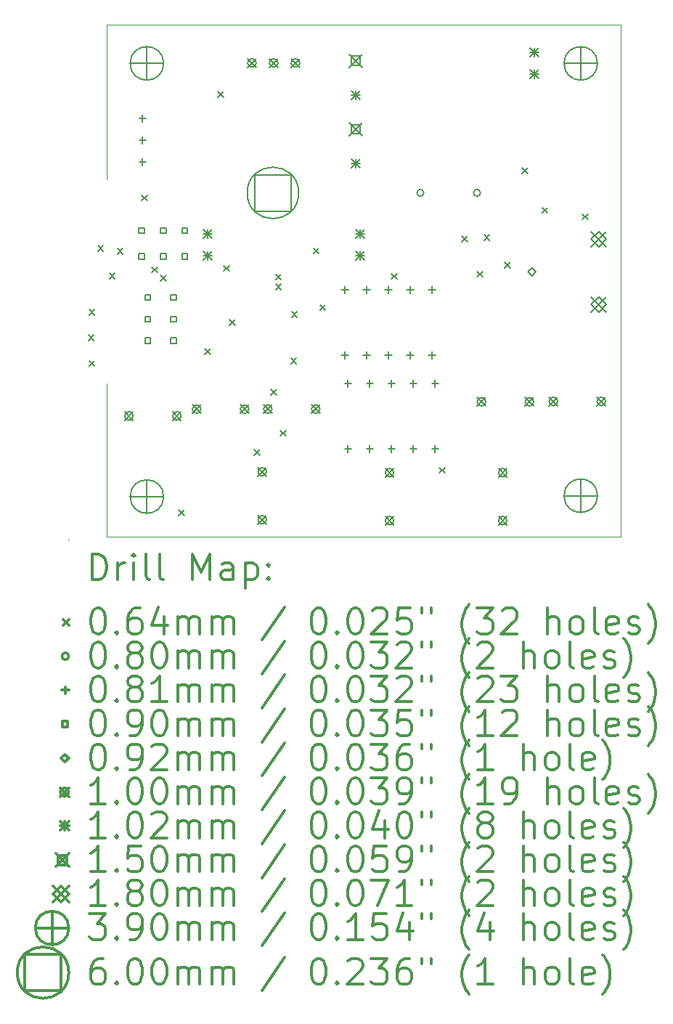
<source format=gbr>
%FSLAX45Y45*%
G04 Gerber Fmt 4.5, Leading zero omitted, Abs format (unit mm)*
G04 Created by KiCad (PCBNEW (2014-10-27 BZR 5228)-product) date 27/07/2015 07:41:17*
%MOMM*%
G01*
G04 APERTURE LIST*
%ADD10C,0.127000*%
%ADD11C,0.100000*%
%ADD12C,0.200000*%
%ADD13C,0.300000*%
G04 APERTURE END LIST*
D10*
D11*
X19440000Y-9470000D02*
X13440000Y-9470000D01*
X19440000Y-3500000D02*
X19440000Y-9470000D01*
X13440000Y-3500000D02*
X19440000Y-3500000D01*
X13440000Y-5300000D02*
X13440000Y-3500000D01*
X12997434Y-9500616D02*
X12994386Y-9500616D01*
X13440000Y-7680000D02*
X13440000Y-9470000D01*
D12*
X13228250Y-7118250D02*
X13291750Y-7181750D01*
X13291750Y-7118250D02*
X13228250Y-7181750D01*
X13238250Y-6818250D02*
X13301750Y-6881750D01*
X13301750Y-6818250D02*
X13238250Y-6881750D01*
X13238250Y-7418250D02*
X13301750Y-7481750D01*
X13301750Y-7418250D02*
X13238250Y-7481750D01*
X13338250Y-6073250D02*
X13401750Y-6136750D01*
X13401750Y-6073250D02*
X13338250Y-6136750D01*
X13473250Y-6398250D02*
X13536750Y-6461750D01*
X13536750Y-6398250D02*
X13473250Y-6461750D01*
X13568250Y-6108250D02*
X13631750Y-6171750D01*
X13631750Y-6108250D02*
X13568250Y-6171750D01*
X13848250Y-5488250D02*
X13911750Y-5551750D01*
X13911750Y-5488250D02*
X13848250Y-5551750D01*
X13968250Y-6325750D02*
X14031750Y-6389250D01*
X14031750Y-6325750D02*
X13968250Y-6389250D01*
X14070750Y-6420750D02*
X14134250Y-6484250D01*
X14134250Y-6420750D02*
X14070750Y-6484250D01*
X14283250Y-9158250D02*
X14346750Y-9221750D01*
X14346750Y-9158250D02*
X14283250Y-9221750D01*
X14588250Y-7278250D02*
X14651750Y-7341750D01*
X14651750Y-7278250D02*
X14588250Y-7341750D01*
X14738250Y-4278250D02*
X14801750Y-4341750D01*
X14801750Y-4278250D02*
X14738250Y-4341750D01*
X14808250Y-6308250D02*
X14871750Y-6371750D01*
X14871750Y-6308250D02*
X14808250Y-6371750D01*
X14873250Y-6938250D02*
X14936750Y-7001750D01*
X14936750Y-6938250D02*
X14873250Y-7001750D01*
X15160750Y-8455750D02*
X15224250Y-8519250D01*
X15224250Y-8455750D02*
X15160750Y-8519250D01*
X15355750Y-7753250D02*
X15419250Y-7816750D01*
X15419250Y-7753250D02*
X15355750Y-7816750D01*
X15413250Y-6408250D02*
X15476750Y-6471750D01*
X15476750Y-6408250D02*
X15413250Y-6471750D01*
X15413250Y-6523250D02*
X15476750Y-6586750D01*
X15476750Y-6523250D02*
X15413250Y-6586750D01*
X15465750Y-8230750D02*
X15529250Y-8294250D01*
X15529250Y-8230750D02*
X15465750Y-8294250D01*
X15588250Y-7388250D02*
X15651750Y-7451750D01*
X15651750Y-7388250D02*
X15588250Y-7451750D01*
X15598250Y-6843250D02*
X15661750Y-6906750D01*
X15661750Y-6843250D02*
X15598250Y-6906750D01*
X15853250Y-6103250D02*
X15916750Y-6166750D01*
X15916750Y-6103250D02*
X15853250Y-6166750D01*
X15928250Y-6763250D02*
X15991750Y-6826750D01*
X15991750Y-6763250D02*
X15928250Y-6826750D01*
X16763250Y-6400750D02*
X16826750Y-6464250D01*
X16826750Y-6400750D02*
X16763250Y-6464250D01*
X17323250Y-8663250D02*
X17386750Y-8726750D01*
X17386750Y-8663250D02*
X17323250Y-8726750D01*
X17583250Y-5963250D02*
X17646750Y-6026750D01*
X17646750Y-5963250D02*
X17583250Y-6026750D01*
X17763250Y-6373250D02*
X17826750Y-6436750D01*
X17826750Y-6373250D02*
X17763250Y-6436750D01*
X17843250Y-5948250D02*
X17906750Y-6011750D01*
X17906750Y-5948250D02*
X17843250Y-6011750D01*
X18083250Y-6268250D02*
X18146750Y-6331750D01*
X18146750Y-6268250D02*
X18083250Y-6331750D01*
X18288250Y-5168250D02*
X18351750Y-5231750D01*
X18351750Y-5168250D02*
X18288250Y-5231750D01*
X18518250Y-5628250D02*
X18581750Y-5691750D01*
X18581750Y-5628250D02*
X18518250Y-5691750D01*
X18988250Y-5708250D02*
X19051750Y-5771750D01*
X19051750Y-5708250D02*
X18988250Y-5771750D01*
X17140059Y-5460000D02*
G75*
G03X17140059Y-5460000I-40005J0D01*
G01*
X17799951Y-5460000D02*
G75*
G03X17799951Y-5460000I-40005J0D01*
G01*
X13860000Y-4551360D02*
X13860000Y-4632640D01*
X13819360Y-4592000D02*
X13900640Y-4592000D01*
X13860000Y-4805360D02*
X13860000Y-4886640D01*
X13819360Y-4846000D02*
X13900640Y-4846000D01*
X13860000Y-5059360D02*
X13860000Y-5140640D01*
X13819360Y-5100000D02*
X13900640Y-5100000D01*
X16217900Y-6550660D02*
X16217900Y-6631940D01*
X16177260Y-6591300D02*
X16258540Y-6591300D01*
X16217900Y-7312660D02*
X16217900Y-7393940D01*
X16177260Y-7353300D02*
X16258540Y-7353300D01*
X16256000Y-7642860D02*
X16256000Y-7724140D01*
X16215360Y-7683500D02*
X16296640Y-7683500D01*
X16256000Y-8404860D02*
X16256000Y-8486140D01*
X16215360Y-8445500D02*
X16296640Y-8445500D01*
X16471900Y-6550660D02*
X16471900Y-6631940D01*
X16431260Y-6591300D02*
X16512540Y-6591300D01*
X16471900Y-7312660D02*
X16471900Y-7393940D01*
X16431260Y-7353300D02*
X16512540Y-7353300D01*
X16510000Y-7642860D02*
X16510000Y-7724140D01*
X16469360Y-7683500D02*
X16550640Y-7683500D01*
X16510000Y-8404860D02*
X16510000Y-8486140D01*
X16469360Y-8445500D02*
X16550640Y-8445500D01*
X16725900Y-6550660D02*
X16725900Y-6631940D01*
X16685260Y-6591300D02*
X16766540Y-6591300D01*
X16725900Y-7312660D02*
X16725900Y-7393940D01*
X16685260Y-7353300D02*
X16766540Y-7353300D01*
X16764000Y-7642860D02*
X16764000Y-7724140D01*
X16723360Y-7683500D02*
X16804640Y-7683500D01*
X16764000Y-8404860D02*
X16764000Y-8486140D01*
X16723360Y-8445500D02*
X16804640Y-8445500D01*
X16979900Y-6550660D02*
X16979900Y-6631940D01*
X16939260Y-6591300D02*
X17020540Y-6591300D01*
X16979900Y-7312660D02*
X16979900Y-7393940D01*
X16939260Y-7353300D02*
X17020540Y-7353300D01*
X17018000Y-7642860D02*
X17018000Y-7724140D01*
X16977360Y-7683500D02*
X17058640Y-7683500D01*
X17018000Y-8404860D02*
X17018000Y-8486140D01*
X16977360Y-8445500D02*
X17058640Y-8445500D01*
X17233900Y-6550660D02*
X17233900Y-6631940D01*
X17193260Y-6591300D02*
X17274540Y-6591300D01*
X17233900Y-7312660D02*
X17233900Y-7393940D01*
X17193260Y-7353300D02*
X17274540Y-7353300D01*
X17272000Y-7642860D02*
X17272000Y-7724140D01*
X17231360Y-7683500D02*
X17312640Y-7683500D01*
X17272000Y-8404860D02*
X17272000Y-8486140D01*
X17231360Y-8445500D02*
X17312640Y-8445500D01*
X13881820Y-5931820D02*
X13881820Y-5868180D01*
X13818180Y-5868180D01*
X13818180Y-5931820D01*
X13881820Y-5931820D01*
X13881820Y-6231820D02*
X13881820Y-6168180D01*
X13818180Y-6168180D01*
X13818180Y-6231820D01*
X13881820Y-6231820D01*
X13951820Y-6711820D02*
X13951820Y-6648180D01*
X13888180Y-6648180D01*
X13888180Y-6711820D01*
X13951820Y-6711820D01*
X13951820Y-6961820D02*
X13951820Y-6898180D01*
X13888180Y-6898180D01*
X13888180Y-6961820D01*
X13951820Y-6961820D01*
X13951820Y-7211820D02*
X13951820Y-7148180D01*
X13888180Y-7148180D01*
X13888180Y-7211820D01*
X13951820Y-7211820D01*
X14131820Y-5931820D02*
X14131820Y-5868180D01*
X14068180Y-5868180D01*
X14068180Y-5931820D01*
X14131820Y-5931820D01*
X14131820Y-6231820D02*
X14131820Y-6168180D01*
X14068180Y-6168180D01*
X14068180Y-6231820D01*
X14131820Y-6231820D01*
X14251820Y-6711820D02*
X14251820Y-6648180D01*
X14188180Y-6648180D01*
X14188180Y-6711820D01*
X14251820Y-6711820D01*
X14251820Y-6961820D02*
X14251820Y-6898180D01*
X14188180Y-6898180D01*
X14188180Y-6961820D01*
X14251820Y-6961820D01*
X14251820Y-7211820D02*
X14251820Y-7148180D01*
X14188180Y-7148180D01*
X14188180Y-7211820D01*
X14251820Y-7211820D01*
X14381820Y-5931820D02*
X14381820Y-5868180D01*
X14318180Y-5868180D01*
X14318180Y-5931820D01*
X14381820Y-5931820D01*
X14381820Y-6231820D02*
X14381820Y-6168180D01*
X14318180Y-6168180D01*
X14318180Y-6231820D01*
X14381820Y-6231820D01*
X18400000Y-6426000D02*
X18446000Y-6380000D01*
X18400000Y-6334000D01*
X18354000Y-6380000D01*
X18400000Y-6426000D01*
X13650362Y-8009562D02*
X13750438Y-8109638D01*
X13750438Y-8009562D02*
X13650362Y-8109638D01*
X13750438Y-8059600D02*
G75*
G03X13750438Y-8059600I-50038J0D01*
G01*
X14209162Y-8009562D02*
X14309238Y-8109638D01*
X14309238Y-8009562D02*
X14209162Y-8109638D01*
X14309238Y-8059600D02*
G75*
G03X14309238Y-8059600I-50038J0D01*
G01*
X14440762Y-7930362D02*
X14540838Y-8030438D01*
X14540838Y-7930362D02*
X14440762Y-8030438D01*
X14540838Y-7980400D02*
G75*
G03X14540838Y-7980400I-50038J0D01*
G01*
X14999562Y-7930362D02*
X15099638Y-8030438D01*
X15099638Y-7930362D02*
X14999562Y-8030438D01*
X15099638Y-7980400D02*
G75*
G03X15099638Y-7980400I-50038J0D01*
G01*
X15085314Y-3895090D02*
X15185390Y-3995166D01*
X15185390Y-3895090D02*
X15085314Y-3995166D01*
X15185390Y-3945128D02*
G75*
G03X15185390Y-3945128I-50038J0D01*
G01*
X15204562Y-8660762D02*
X15304638Y-8760838D01*
X15304638Y-8660762D02*
X15204562Y-8760838D01*
X15304638Y-8710800D02*
G75*
G03X15304638Y-8710800I-50038J0D01*
G01*
X15204562Y-9219562D02*
X15304638Y-9319638D01*
X15304638Y-9219562D02*
X15204562Y-9319638D01*
X15304638Y-9269600D02*
G75*
G03X15304638Y-9269600I-50038J0D01*
G01*
X15270362Y-7929562D02*
X15370438Y-8029638D01*
X15370438Y-7929562D02*
X15270362Y-8029638D01*
X15370438Y-7979600D02*
G75*
G03X15370438Y-7979600I-50038J0D01*
G01*
X15339314Y-3895090D02*
X15439390Y-3995166D01*
X15439390Y-3895090D02*
X15339314Y-3995166D01*
X15439390Y-3945128D02*
G75*
G03X15439390Y-3945128I-50038J0D01*
G01*
X15593314Y-3895090D02*
X15693390Y-3995166D01*
X15693390Y-3895090D02*
X15593314Y-3995166D01*
X15693390Y-3945128D02*
G75*
G03X15693390Y-3945128I-50038J0D01*
G01*
X15829162Y-7929562D02*
X15929238Y-8029638D01*
X15929238Y-7929562D02*
X15829162Y-8029638D01*
X15929238Y-7979600D02*
G75*
G03X15929238Y-7979600I-50038J0D01*
G01*
X16689562Y-8670762D02*
X16789638Y-8770838D01*
X16789638Y-8670762D02*
X16689562Y-8770838D01*
X16789638Y-8720800D02*
G75*
G03X16789638Y-8720800I-50038J0D01*
G01*
X16689562Y-9229562D02*
X16789638Y-9329638D01*
X16789638Y-9229562D02*
X16689562Y-9329638D01*
X16789638Y-9279600D02*
G75*
G03X16789638Y-9279600I-50038J0D01*
G01*
X17762862Y-7844562D02*
X17862938Y-7944638D01*
X17862938Y-7844562D02*
X17762862Y-7944638D01*
X17862938Y-7894600D02*
G75*
G03X17862938Y-7894600I-50038J0D01*
G01*
X18010362Y-8670362D02*
X18110438Y-8770438D01*
X18110438Y-8670362D02*
X18010362Y-8770438D01*
X18110438Y-8720400D02*
G75*
G03X18110438Y-8720400I-50038J0D01*
G01*
X18010362Y-9229162D02*
X18110438Y-9329238D01*
X18110438Y-9229162D02*
X18010362Y-9329238D01*
X18110438Y-9279200D02*
G75*
G03X18110438Y-9279200I-50038J0D01*
G01*
X18321662Y-7844562D02*
X18421738Y-7944638D01*
X18421738Y-7844562D02*
X18321662Y-7944638D01*
X18421738Y-7894600D02*
G75*
G03X18421738Y-7894600I-50038J0D01*
G01*
X18600762Y-7840362D02*
X18700838Y-7940438D01*
X18700838Y-7840362D02*
X18600762Y-7940438D01*
X18700838Y-7890400D02*
G75*
G03X18700838Y-7890400I-50038J0D01*
G01*
X19159562Y-7840362D02*
X19259638Y-7940438D01*
X19259638Y-7840362D02*
X19159562Y-7940438D01*
X19259638Y-7890400D02*
G75*
G03X19259638Y-7890400I-50038J0D01*
G01*
X14569200Y-5889200D02*
X14670800Y-5990800D01*
X14670800Y-5889200D02*
X14569200Y-5990800D01*
X14620000Y-5889200D02*
X14620000Y-5990800D01*
X14569200Y-5940000D02*
X14670800Y-5940000D01*
X14569200Y-6143200D02*
X14670800Y-6244800D01*
X14670800Y-6143200D02*
X14569200Y-6244800D01*
X14620000Y-6143200D02*
X14620000Y-6244800D01*
X14569200Y-6194000D02*
X14670800Y-6194000D01*
X16295370Y-4269130D02*
X16396970Y-4370730D01*
X16396970Y-4269130D02*
X16295370Y-4370730D01*
X16346170Y-4269130D02*
X16346170Y-4370730D01*
X16295370Y-4319930D02*
X16396970Y-4319930D01*
X16295370Y-5069130D02*
X16396970Y-5170730D01*
X16396970Y-5069130D02*
X16295370Y-5170730D01*
X16346170Y-5069130D02*
X16346170Y-5170730D01*
X16295370Y-5119930D02*
X16396970Y-5119930D01*
X16344200Y-5890200D02*
X16445800Y-5991800D01*
X16445800Y-5890200D02*
X16344200Y-5991800D01*
X16395000Y-5890200D02*
X16395000Y-5991800D01*
X16344200Y-5941000D02*
X16445800Y-5941000D01*
X16344200Y-6144200D02*
X16445800Y-6245800D01*
X16445800Y-6144200D02*
X16344200Y-6245800D01*
X16395000Y-6144200D02*
X16395000Y-6245800D01*
X16344200Y-6195000D02*
X16445800Y-6195000D01*
X18379200Y-3769200D02*
X18480800Y-3870800D01*
X18480800Y-3769200D02*
X18379200Y-3870800D01*
X18430000Y-3769200D02*
X18430000Y-3870800D01*
X18379200Y-3820000D02*
X18480800Y-3820000D01*
X18379200Y-4023200D02*
X18480800Y-4124800D01*
X18480800Y-4023200D02*
X18379200Y-4124800D01*
X18430000Y-4023200D02*
X18430000Y-4124800D01*
X18379200Y-4074000D02*
X18480800Y-4074000D01*
X16271170Y-3844930D02*
X16421170Y-3994930D01*
X16421170Y-3844930D02*
X16271170Y-3994930D01*
X16399203Y-3972963D02*
X16399203Y-3866896D01*
X16293136Y-3866896D01*
X16293136Y-3972963D01*
X16399203Y-3972963D01*
X16271170Y-4644930D02*
X16421170Y-4794930D01*
X16421170Y-4644930D02*
X16271170Y-4794930D01*
X16399203Y-4772964D02*
X16399203Y-4666897D01*
X16293136Y-4666897D01*
X16293136Y-4772964D01*
X16399203Y-4772964D01*
X19090000Y-5910000D02*
X19270000Y-6090000D01*
X19270000Y-5910000D02*
X19090000Y-6090000D01*
X19180000Y-6090000D02*
X19270000Y-6000000D01*
X19180000Y-5910000D01*
X19090000Y-6000000D01*
X19180000Y-6090000D01*
X19090000Y-6670000D02*
X19270000Y-6850000D01*
X19270000Y-6670000D02*
X19090000Y-6850000D01*
X19180000Y-6850000D02*
X19270000Y-6760000D01*
X19180000Y-6670000D01*
X19090000Y-6760000D01*
X19180000Y-6850000D01*
X13910000Y-3755000D02*
X13910000Y-4145000D01*
X13715000Y-3950000D02*
X14105000Y-3950000D01*
X14105000Y-3950000D02*
G75*
G03X14105000Y-3950000I-195000J0D01*
G01*
X13910000Y-8805000D02*
X13910000Y-9195000D01*
X13715000Y-9000000D02*
X14105000Y-9000000D01*
X14105000Y-9000000D02*
G75*
G03X14105000Y-9000000I-195000J0D01*
G01*
X18970000Y-3755000D02*
X18970000Y-4145000D01*
X18775000Y-3950000D02*
X19165000Y-3950000D01*
X19165000Y-3950000D02*
G75*
G03X19165000Y-3950000I-195000J0D01*
G01*
X18970000Y-8795000D02*
X18970000Y-9185000D01*
X18775000Y-8990000D02*
X19165000Y-8990000D01*
X19165000Y-8990000D02*
G75*
G03X19165000Y-8990000I-195000J0D01*
G01*
X15592116Y-5672116D02*
X15592116Y-5247884D01*
X15167884Y-5247884D01*
X15167884Y-5672116D01*
X15592116Y-5672116D01*
X15679974Y-5460000D02*
G75*
G03X15679974Y-5460000I-299974J0D01*
G01*
D13*
X13270387Y-9971330D02*
X13270387Y-9671330D01*
X13341815Y-9671330D01*
X13384672Y-9685616D01*
X13413244Y-9714188D01*
X13427529Y-9742759D01*
X13441815Y-9799902D01*
X13441815Y-9842759D01*
X13427529Y-9899902D01*
X13413244Y-9928473D01*
X13384672Y-9957045D01*
X13341815Y-9971330D01*
X13270387Y-9971330D01*
X13570387Y-9971330D02*
X13570387Y-9771330D01*
X13570387Y-9828473D02*
X13584672Y-9799902D01*
X13598958Y-9785616D01*
X13627529Y-9771330D01*
X13656101Y-9771330D01*
X13756101Y-9971330D02*
X13756101Y-9771330D01*
X13756101Y-9671330D02*
X13741815Y-9685616D01*
X13756101Y-9699902D01*
X13770387Y-9685616D01*
X13756101Y-9671330D01*
X13756101Y-9699902D01*
X13941815Y-9971330D02*
X13913244Y-9957045D01*
X13898958Y-9928473D01*
X13898958Y-9671330D01*
X14098958Y-9971330D02*
X14070387Y-9957045D01*
X14056101Y-9928473D01*
X14056101Y-9671330D01*
X14441815Y-9971330D02*
X14441815Y-9671330D01*
X14541815Y-9885616D01*
X14641815Y-9671330D01*
X14641815Y-9971330D01*
X14913244Y-9971330D02*
X14913244Y-9814188D01*
X14898958Y-9785616D01*
X14870387Y-9771330D01*
X14813244Y-9771330D01*
X14784672Y-9785616D01*
X14913244Y-9957045D02*
X14884672Y-9971330D01*
X14813244Y-9971330D01*
X14784672Y-9957045D01*
X14770387Y-9928473D01*
X14770387Y-9899902D01*
X14784672Y-9871330D01*
X14813244Y-9857045D01*
X14884672Y-9857045D01*
X14913244Y-9842759D01*
X15056101Y-9771330D02*
X15056101Y-10071330D01*
X15056101Y-9785616D02*
X15084672Y-9771330D01*
X15141815Y-9771330D01*
X15170387Y-9785616D01*
X15184672Y-9799902D01*
X15198958Y-9828473D01*
X15198958Y-9914188D01*
X15184672Y-9942759D01*
X15170387Y-9957045D01*
X15141815Y-9971330D01*
X15084672Y-9971330D01*
X15056101Y-9957045D01*
X15327529Y-9942759D02*
X15341815Y-9957045D01*
X15327529Y-9971330D01*
X15313244Y-9957045D01*
X15327529Y-9942759D01*
X15327529Y-9971330D01*
X15327529Y-9785616D02*
X15341815Y-9799902D01*
X15327529Y-9814188D01*
X15313244Y-9799902D01*
X15327529Y-9785616D01*
X15327529Y-9814188D01*
X12935458Y-10433866D02*
X12998958Y-10497366D01*
X12998958Y-10433866D02*
X12935458Y-10497366D01*
X13327529Y-10301330D02*
X13356101Y-10301330D01*
X13384672Y-10315616D01*
X13398958Y-10329902D01*
X13413244Y-10358473D01*
X13427529Y-10415616D01*
X13427529Y-10487045D01*
X13413244Y-10544188D01*
X13398958Y-10572759D01*
X13384672Y-10587045D01*
X13356101Y-10601330D01*
X13327529Y-10601330D01*
X13298958Y-10587045D01*
X13284672Y-10572759D01*
X13270387Y-10544188D01*
X13256101Y-10487045D01*
X13256101Y-10415616D01*
X13270387Y-10358473D01*
X13284672Y-10329902D01*
X13298958Y-10315616D01*
X13327529Y-10301330D01*
X13556101Y-10572759D02*
X13570387Y-10587045D01*
X13556101Y-10601330D01*
X13541815Y-10587045D01*
X13556101Y-10572759D01*
X13556101Y-10601330D01*
X13827529Y-10301330D02*
X13770386Y-10301330D01*
X13741815Y-10315616D01*
X13727529Y-10329902D01*
X13698958Y-10372759D01*
X13684672Y-10429902D01*
X13684672Y-10544188D01*
X13698958Y-10572759D01*
X13713244Y-10587045D01*
X13741815Y-10601330D01*
X13798958Y-10601330D01*
X13827529Y-10587045D01*
X13841815Y-10572759D01*
X13856101Y-10544188D01*
X13856101Y-10472759D01*
X13841815Y-10444188D01*
X13827529Y-10429902D01*
X13798958Y-10415616D01*
X13741815Y-10415616D01*
X13713244Y-10429902D01*
X13698958Y-10444188D01*
X13684672Y-10472759D01*
X14113244Y-10401330D02*
X14113244Y-10601330D01*
X14041815Y-10287045D02*
X13970387Y-10501330D01*
X14156101Y-10501330D01*
X14270387Y-10601330D02*
X14270387Y-10401330D01*
X14270387Y-10429902D02*
X14284672Y-10415616D01*
X14313244Y-10401330D01*
X14356101Y-10401330D01*
X14384672Y-10415616D01*
X14398958Y-10444188D01*
X14398958Y-10601330D01*
X14398958Y-10444188D02*
X14413244Y-10415616D01*
X14441815Y-10401330D01*
X14484672Y-10401330D01*
X14513244Y-10415616D01*
X14527529Y-10444188D01*
X14527529Y-10601330D01*
X14670387Y-10601330D02*
X14670387Y-10401330D01*
X14670387Y-10429902D02*
X14684672Y-10415616D01*
X14713244Y-10401330D01*
X14756101Y-10401330D01*
X14784672Y-10415616D01*
X14798958Y-10444188D01*
X14798958Y-10601330D01*
X14798958Y-10444188D02*
X14813244Y-10415616D01*
X14841815Y-10401330D01*
X14884672Y-10401330D01*
X14913244Y-10415616D01*
X14927529Y-10444188D01*
X14927529Y-10601330D01*
X15513244Y-10287045D02*
X15256101Y-10672759D01*
X15898958Y-10301330D02*
X15927529Y-10301330D01*
X15956101Y-10315616D01*
X15970386Y-10329902D01*
X15984672Y-10358473D01*
X15998958Y-10415616D01*
X15998958Y-10487045D01*
X15984672Y-10544188D01*
X15970386Y-10572759D01*
X15956101Y-10587045D01*
X15927529Y-10601330D01*
X15898958Y-10601330D01*
X15870386Y-10587045D01*
X15856101Y-10572759D01*
X15841815Y-10544188D01*
X15827529Y-10487045D01*
X15827529Y-10415616D01*
X15841815Y-10358473D01*
X15856101Y-10329902D01*
X15870386Y-10315616D01*
X15898958Y-10301330D01*
X16127529Y-10572759D02*
X16141815Y-10587045D01*
X16127529Y-10601330D01*
X16113244Y-10587045D01*
X16127529Y-10572759D01*
X16127529Y-10601330D01*
X16327529Y-10301330D02*
X16356101Y-10301330D01*
X16384672Y-10315616D01*
X16398958Y-10329902D01*
X16413244Y-10358473D01*
X16427529Y-10415616D01*
X16427529Y-10487045D01*
X16413244Y-10544188D01*
X16398958Y-10572759D01*
X16384672Y-10587045D01*
X16356101Y-10601330D01*
X16327529Y-10601330D01*
X16298958Y-10587045D01*
X16284672Y-10572759D01*
X16270386Y-10544188D01*
X16256101Y-10487045D01*
X16256101Y-10415616D01*
X16270386Y-10358473D01*
X16284672Y-10329902D01*
X16298958Y-10315616D01*
X16327529Y-10301330D01*
X16541815Y-10329902D02*
X16556101Y-10315616D01*
X16584672Y-10301330D01*
X16656101Y-10301330D01*
X16684672Y-10315616D01*
X16698958Y-10329902D01*
X16713244Y-10358473D01*
X16713244Y-10387045D01*
X16698958Y-10429902D01*
X16527529Y-10601330D01*
X16713244Y-10601330D01*
X16984672Y-10301330D02*
X16841815Y-10301330D01*
X16827529Y-10444188D01*
X16841815Y-10429902D01*
X16870387Y-10415616D01*
X16941815Y-10415616D01*
X16970387Y-10429902D01*
X16984672Y-10444188D01*
X16998958Y-10472759D01*
X16998958Y-10544188D01*
X16984672Y-10572759D01*
X16970387Y-10587045D01*
X16941815Y-10601330D01*
X16870387Y-10601330D01*
X16841815Y-10587045D01*
X16827529Y-10572759D01*
X17113244Y-10301330D02*
X17113244Y-10358473D01*
X17227529Y-10301330D02*
X17227529Y-10358473D01*
X17670387Y-10715616D02*
X17656101Y-10701330D01*
X17627529Y-10658473D01*
X17613244Y-10629902D01*
X17598958Y-10587045D01*
X17584672Y-10515616D01*
X17584672Y-10458473D01*
X17598958Y-10387045D01*
X17613244Y-10344188D01*
X17627529Y-10315616D01*
X17656101Y-10272759D01*
X17670387Y-10258473D01*
X17756101Y-10301330D02*
X17941815Y-10301330D01*
X17841815Y-10415616D01*
X17884672Y-10415616D01*
X17913244Y-10429902D01*
X17927529Y-10444188D01*
X17941815Y-10472759D01*
X17941815Y-10544188D01*
X17927529Y-10572759D01*
X17913244Y-10587045D01*
X17884672Y-10601330D01*
X17798958Y-10601330D01*
X17770387Y-10587045D01*
X17756101Y-10572759D01*
X18056101Y-10329902D02*
X18070387Y-10315616D01*
X18098958Y-10301330D01*
X18170387Y-10301330D01*
X18198958Y-10315616D01*
X18213244Y-10329902D01*
X18227529Y-10358473D01*
X18227529Y-10387045D01*
X18213244Y-10429902D01*
X18041815Y-10601330D01*
X18227529Y-10601330D01*
X18584672Y-10601330D02*
X18584672Y-10301330D01*
X18713244Y-10601330D02*
X18713244Y-10444188D01*
X18698958Y-10415616D01*
X18670387Y-10401330D01*
X18627529Y-10401330D01*
X18598958Y-10415616D01*
X18584672Y-10429902D01*
X18898958Y-10601330D02*
X18870387Y-10587045D01*
X18856101Y-10572759D01*
X18841815Y-10544188D01*
X18841815Y-10458473D01*
X18856101Y-10429902D01*
X18870387Y-10415616D01*
X18898958Y-10401330D01*
X18941815Y-10401330D01*
X18970387Y-10415616D01*
X18984672Y-10429902D01*
X18998958Y-10458473D01*
X18998958Y-10544188D01*
X18984672Y-10572759D01*
X18970387Y-10587045D01*
X18941815Y-10601330D01*
X18898958Y-10601330D01*
X19170387Y-10601330D02*
X19141815Y-10587045D01*
X19127529Y-10558473D01*
X19127529Y-10301330D01*
X19398958Y-10587045D02*
X19370387Y-10601330D01*
X19313244Y-10601330D01*
X19284672Y-10587045D01*
X19270387Y-10558473D01*
X19270387Y-10444188D01*
X19284672Y-10415616D01*
X19313244Y-10401330D01*
X19370387Y-10401330D01*
X19398958Y-10415616D01*
X19413244Y-10444188D01*
X19413244Y-10472759D01*
X19270387Y-10501330D01*
X19527530Y-10587045D02*
X19556101Y-10601330D01*
X19613244Y-10601330D01*
X19641815Y-10587045D01*
X19656101Y-10558473D01*
X19656101Y-10544188D01*
X19641815Y-10515616D01*
X19613244Y-10501330D01*
X19570387Y-10501330D01*
X19541815Y-10487045D01*
X19527530Y-10458473D01*
X19527530Y-10444188D01*
X19541815Y-10415616D01*
X19570387Y-10401330D01*
X19613244Y-10401330D01*
X19641815Y-10415616D01*
X19756101Y-10715616D02*
X19770387Y-10701330D01*
X19798958Y-10658473D01*
X19813244Y-10629902D01*
X19827529Y-10587045D01*
X19841815Y-10515616D01*
X19841815Y-10458473D01*
X19827529Y-10387045D01*
X19813244Y-10344188D01*
X19798958Y-10315616D01*
X19770387Y-10272759D01*
X19756101Y-10258473D01*
X12998958Y-10861616D02*
G75*
G03X12998958Y-10861616I-40005J0D01*
G01*
X13327529Y-10697330D02*
X13356101Y-10697330D01*
X13384672Y-10711616D01*
X13398958Y-10725902D01*
X13413244Y-10754473D01*
X13427529Y-10811616D01*
X13427529Y-10883045D01*
X13413244Y-10940188D01*
X13398958Y-10968759D01*
X13384672Y-10983045D01*
X13356101Y-10997330D01*
X13327529Y-10997330D01*
X13298958Y-10983045D01*
X13284672Y-10968759D01*
X13270387Y-10940188D01*
X13256101Y-10883045D01*
X13256101Y-10811616D01*
X13270387Y-10754473D01*
X13284672Y-10725902D01*
X13298958Y-10711616D01*
X13327529Y-10697330D01*
X13556101Y-10968759D02*
X13570387Y-10983045D01*
X13556101Y-10997330D01*
X13541815Y-10983045D01*
X13556101Y-10968759D01*
X13556101Y-10997330D01*
X13741815Y-10825902D02*
X13713244Y-10811616D01*
X13698958Y-10797330D01*
X13684672Y-10768759D01*
X13684672Y-10754473D01*
X13698958Y-10725902D01*
X13713244Y-10711616D01*
X13741815Y-10697330D01*
X13798958Y-10697330D01*
X13827529Y-10711616D01*
X13841815Y-10725902D01*
X13856101Y-10754473D01*
X13856101Y-10768759D01*
X13841815Y-10797330D01*
X13827529Y-10811616D01*
X13798958Y-10825902D01*
X13741815Y-10825902D01*
X13713244Y-10840188D01*
X13698958Y-10854473D01*
X13684672Y-10883045D01*
X13684672Y-10940188D01*
X13698958Y-10968759D01*
X13713244Y-10983045D01*
X13741815Y-10997330D01*
X13798958Y-10997330D01*
X13827529Y-10983045D01*
X13841815Y-10968759D01*
X13856101Y-10940188D01*
X13856101Y-10883045D01*
X13841815Y-10854473D01*
X13827529Y-10840188D01*
X13798958Y-10825902D01*
X14041815Y-10697330D02*
X14070387Y-10697330D01*
X14098958Y-10711616D01*
X14113244Y-10725902D01*
X14127529Y-10754473D01*
X14141815Y-10811616D01*
X14141815Y-10883045D01*
X14127529Y-10940188D01*
X14113244Y-10968759D01*
X14098958Y-10983045D01*
X14070387Y-10997330D01*
X14041815Y-10997330D01*
X14013244Y-10983045D01*
X13998958Y-10968759D01*
X13984672Y-10940188D01*
X13970387Y-10883045D01*
X13970387Y-10811616D01*
X13984672Y-10754473D01*
X13998958Y-10725902D01*
X14013244Y-10711616D01*
X14041815Y-10697330D01*
X14270387Y-10997330D02*
X14270387Y-10797330D01*
X14270387Y-10825902D02*
X14284672Y-10811616D01*
X14313244Y-10797330D01*
X14356101Y-10797330D01*
X14384672Y-10811616D01*
X14398958Y-10840188D01*
X14398958Y-10997330D01*
X14398958Y-10840188D02*
X14413244Y-10811616D01*
X14441815Y-10797330D01*
X14484672Y-10797330D01*
X14513244Y-10811616D01*
X14527529Y-10840188D01*
X14527529Y-10997330D01*
X14670387Y-10997330D02*
X14670387Y-10797330D01*
X14670387Y-10825902D02*
X14684672Y-10811616D01*
X14713244Y-10797330D01*
X14756101Y-10797330D01*
X14784672Y-10811616D01*
X14798958Y-10840188D01*
X14798958Y-10997330D01*
X14798958Y-10840188D02*
X14813244Y-10811616D01*
X14841815Y-10797330D01*
X14884672Y-10797330D01*
X14913244Y-10811616D01*
X14927529Y-10840188D01*
X14927529Y-10997330D01*
X15513244Y-10683045D02*
X15256101Y-11068759D01*
X15898958Y-10697330D02*
X15927529Y-10697330D01*
X15956101Y-10711616D01*
X15970386Y-10725902D01*
X15984672Y-10754473D01*
X15998958Y-10811616D01*
X15998958Y-10883045D01*
X15984672Y-10940188D01*
X15970386Y-10968759D01*
X15956101Y-10983045D01*
X15927529Y-10997330D01*
X15898958Y-10997330D01*
X15870386Y-10983045D01*
X15856101Y-10968759D01*
X15841815Y-10940188D01*
X15827529Y-10883045D01*
X15827529Y-10811616D01*
X15841815Y-10754473D01*
X15856101Y-10725902D01*
X15870386Y-10711616D01*
X15898958Y-10697330D01*
X16127529Y-10968759D02*
X16141815Y-10983045D01*
X16127529Y-10997330D01*
X16113244Y-10983045D01*
X16127529Y-10968759D01*
X16127529Y-10997330D01*
X16327529Y-10697330D02*
X16356101Y-10697330D01*
X16384672Y-10711616D01*
X16398958Y-10725902D01*
X16413244Y-10754473D01*
X16427529Y-10811616D01*
X16427529Y-10883045D01*
X16413244Y-10940188D01*
X16398958Y-10968759D01*
X16384672Y-10983045D01*
X16356101Y-10997330D01*
X16327529Y-10997330D01*
X16298958Y-10983045D01*
X16284672Y-10968759D01*
X16270386Y-10940188D01*
X16256101Y-10883045D01*
X16256101Y-10811616D01*
X16270386Y-10754473D01*
X16284672Y-10725902D01*
X16298958Y-10711616D01*
X16327529Y-10697330D01*
X16527529Y-10697330D02*
X16713244Y-10697330D01*
X16613244Y-10811616D01*
X16656101Y-10811616D01*
X16684672Y-10825902D01*
X16698958Y-10840188D01*
X16713244Y-10868759D01*
X16713244Y-10940188D01*
X16698958Y-10968759D01*
X16684672Y-10983045D01*
X16656101Y-10997330D01*
X16570386Y-10997330D01*
X16541815Y-10983045D01*
X16527529Y-10968759D01*
X16827529Y-10725902D02*
X16841815Y-10711616D01*
X16870387Y-10697330D01*
X16941815Y-10697330D01*
X16970387Y-10711616D01*
X16984672Y-10725902D01*
X16998958Y-10754473D01*
X16998958Y-10783045D01*
X16984672Y-10825902D01*
X16813244Y-10997330D01*
X16998958Y-10997330D01*
X17113244Y-10697330D02*
X17113244Y-10754473D01*
X17227529Y-10697330D02*
X17227529Y-10754473D01*
X17670387Y-11111616D02*
X17656101Y-11097330D01*
X17627529Y-11054473D01*
X17613244Y-11025902D01*
X17598958Y-10983045D01*
X17584672Y-10911616D01*
X17584672Y-10854473D01*
X17598958Y-10783045D01*
X17613244Y-10740188D01*
X17627529Y-10711616D01*
X17656101Y-10668759D01*
X17670387Y-10654473D01*
X17770387Y-10725902D02*
X17784672Y-10711616D01*
X17813244Y-10697330D01*
X17884672Y-10697330D01*
X17913244Y-10711616D01*
X17927529Y-10725902D01*
X17941815Y-10754473D01*
X17941815Y-10783045D01*
X17927529Y-10825902D01*
X17756101Y-10997330D01*
X17941815Y-10997330D01*
X18298958Y-10997330D02*
X18298958Y-10697330D01*
X18427529Y-10997330D02*
X18427529Y-10840188D01*
X18413244Y-10811616D01*
X18384672Y-10797330D01*
X18341815Y-10797330D01*
X18313244Y-10811616D01*
X18298958Y-10825902D01*
X18613244Y-10997330D02*
X18584672Y-10983045D01*
X18570387Y-10968759D01*
X18556101Y-10940188D01*
X18556101Y-10854473D01*
X18570387Y-10825902D01*
X18584672Y-10811616D01*
X18613244Y-10797330D01*
X18656101Y-10797330D01*
X18684672Y-10811616D01*
X18698958Y-10825902D01*
X18713244Y-10854473D01*
X18713244Y-10940188D01*
X18698958Y-10968759D01*
X18684672Y-10983045D01*
X18656101Y-10997330D01*
X18613244Y-10997330D01*
X18884672Y-10997330D02*
X18856101Y-10983045D01*
X18841815Y-10954473D01*
X18841815Y-10697330D01*
X19113244Y-10983045D02*
X19084672Y-10997330D01*
X19027529Y-10997330D01*
X18998958Y-10983045D01*
X18984672Y-10954473D01*
X18984672Y-10840188D01*
X18998958Y-10811616D01*
X19027529Y-10797330D01*
X19084672Y-10797330D01*
X19113244Y-10811616D01*
X19127529Y-10840188D01*
X19127529Y-10868759D01*
X18984672Y-10897330D01*
X19241815Y-10983045D02*
X19270387Y-10997330D01*
X19327529Y-10997330D01*
X19356101Y-10983045D01*
X19370387Y-10954473D01*
X19370387Y-10940188D01*
X19356101Y-10911616D01*
X19327529Y-10897330D01*
X19284672Y-10897330D01*
X19256101Y-10883045D01*
X19241815Y-10854473D01*
X19241815Y-10840188D01*
X19256101Y-10811616D01*
X19284672Y-10797330D01*
X19327529Y-10797330D01*
X19356101Y-10811616D01*
X19470387Y-11111616D02*
X19484672Y-11097330D01*
X19513244Y-11054473D01*
X19527529Y-11025902D01*
X19541815Y-10983045D01*
X19556101Y-10911616D01*
X19556101Y-10854473D01*
X19541815Y-10783045D01*
X19527529Y-10740188D01*
X19513244Y-10711616D01*
X19484672Y-10668759D01*
X19470387Y-10654473D01*
X12958318Y-11216976D02*
X12958318Y-11298256D01*
X12917678Y-11257616D02*
X12998958Y-11257616D01*
X13327529Y-11093330D02*
X13356101Y-11093330D01*
X13384672Y-11107616D01*
X13398958Y-11121902D01*
X13413244Y-11150473D01*
X13427529Y-11207616D01*
X13427529Y-11279045D01*
X13413244Y-11336187D01*
X13398958Y-11364759D01*
X13384672Y-11379045D01*
X13356101Y-11393330D01*
X13327529Y-11393330D01*
X13298958Y-11379045D01*
X13284672Y-11364759D01*
X13270387Y-11336187D01*
X13256101Y-11279045D01*
X13256101Y-11207616D01*
X13270387Y-11150473D01*
X13284672Y-11121902D01*
X13298958Y-11107616D01*
X13327529Y-11093330D01*
X13556101Y-11364759D02*
X13570387Y-11379045D01*
X13556101Y-11393330D01*
X13541815Y-11379045D01*
X13556101Y-11364759D01*
X13556101Y-11393330D01*
X13741815Y-11221902D02*
X13713244Y-11207616D01*
X13698958Y-11193330D01*
X13684672Y-11164759D01*
X13684672Y-11150473D01*
X13698958Y-11121902D01*
X13713244Y-11107616D01*
X13741815Y-11093330D01*
X13798958Y-11093330D01*
X13827529Y-11107616D01*
X13841815Y-11121902D01*
X13856101Y-11150473D01*
X13856101Y-11164759D01*
X13841815Y-11193330D01*
X13827529Y-11207616D01*
X13798958Y-11221902D01*
X13741815Y-11221902D01*
X13713244Y-11236187D01*
X13698958Y-11250473D01*
X13684672Y-11279045D01*
X13684672Y-11336187D01*
X13698958Y-11364759D01*
X13713244Y-11379045D01*
X13741815Y-11393330D01*
X13798958Y-11393330D01*
X13827529Y-11379045D01*
X13841815Y-11364759D01*
X13856101Y-11336187D01*
X13856101Y-11279045D01*
X13841815Y-11250473D01*
X13827529Y-11236187D01*
X13798958Y-11221902D01*
X14141815Y-11393330D02*
X13970387Y-11393330D01*
X14056101Y-11393330D02*
X14056101Y-11093330D01*
X14027529Y-11136188D01*
X13998958Y-11164759D01*
X13970387Y-11179045D01*
X14270387Y-11393330D02*
X14270387Y-11193330D01*
X14270387Y-11221902D02*
X14284672Y-11207616D01*
X14313244Y-11193330D01*
X14356101Y-11193330D01*
X14384672Y-11207616D01*
X14398958Y-11236187D01*
X14398958Y-11393330D01*
X14398958Y-11236187D02*
X14413244Y-11207616D01*
X14441815Y-11193330D01*
X14484672Y-11193330D01*
X14513244Y-11207616D01*
X14527529Y-11236187D01*
X14527529Y-11393330D01*
X14670387Y-11393330D02*
X14670387Y-11193330D01*
X14670387Y-11221902D02*
X14684672Y-11207616D01*
X14713244Y-11193330D01*
X14756101Y-11193330D01*
X14784672Y-11207616D01*
X14798958Y-11236187D01*
X14798958Y-11393330D01*
X14798958Y-11236187D02*
X14813244Y-11207616D01*
X14841815Y-11193330D01*
X14884672Y-11193330D01*
X14913244Y-11207616D01*
X14927529Y-11236187D01*
X14927529Y-11393330D01*
X15513244Y-11079045D02*
X15256101Y-11464759D01*
X15898958Y-11093330D02*
X15927529Y-11093330D01*
X15956101Y-11107616D01*
X15970386Y-11121902D01*
X15984672Y-11150473D01*
X15998958Y-11207616D01*
X15998958Y-11279045D01*
X15984672Y-11336187D01*
X15970386Y-11364759D01*
X15956101Y-11379045D01*
X15927529Y-11393330D01*
X15898958Y-11393330D01*
X15870386Y-11379045D01*
X15856101Y-11364759D01*
X15841815Y-11336187D01*
X15827529Y-11279045D01*
X15827529Y-11207616D01*
X15841815Y-11150473D01*
X15856101Y-11121902D01*
X15870386Y-11107616D01*
X15898958Y-11093330D01*
X16127529Y-11364759D02*
X16141815Y-11379045D01*
X16127529Y-11393330D01*
X16113244Y-11379045D01*
X16127529Y-11364759D01*
X16127529Y-11393330D01*
X16327529Y-11093330D02*
X16356101Y-11093330D01*
X16384672Y-11107616D01*
X16398958Y-11121902D01*
X16413244Y-11150473D01*
X16427529Y-11207616D01*
X16427529Y-11279045D01*
X16413244Y-11336187D01*
X16398958Y-11364759D01*
X16384672Y-11379045D01*
X16356101Y-11393330D01*
X16327529Y-11393330D01*
X16298958Y-11379045D01*
X16284672Y-11364759D01*
X16270386Y-11336187D01*
X16256101Y-11279045D01*
X16256101Y-11207616D01*
X16270386Y-11150473D01*
X16284672Y-11121902D01*
X16298958Y-11107616D01*
X16327529Y-11093330D01*
X16527529Y-11093330D02*
X16713244Y-11093330D01*
X16613244Y-11207616D01*
X16656101Y-11207616D01*
X16684672Y-11221902D01*
X16698958Y-11236187D01*
X16713244Y-11264759D01*
X16713244Y-11336187D01*
X16698958Y-11364759D01*
X16684672Y-11379045D01*
X16656101Y-11393330D01*
X16570386Y-11393330D01*
X16541815Y-11379045D01*
X16527529Y-11364759D01*
X16827529Y-11121902D02*
X16841815Y-11107616D01*
X16870387Y-11093330D01*
X16941815Y-11093330D01*
X16970387Y-11107616D01*
X16984672Y-11121902D01*
X16998958Y-11150473D01*
X16998958Y-11179045D01*
X16984672Y-11221902D01*
X16813244Y-11393330D01*
X16998958Y-11393330D01*
X17113244Y-11093330D02*
X17113244Y-11150473D01*
X17227529Y-11093330D02*
X17227529Y-11150473D01*
X17670387Y-11507616D02*
X17656101Y-11493330D01*
X17627529Y-11450473D01*
X17613244Y-11421902D01*
X17598958Y-11379045D01*
X17584672Y-11307616D01*
X17584672Y-11250473D01*
X17598958Y-11179045D01*
X17613244Y-11136188D01*
X17627529Y-11107616D01*
X17656101Y-11064759D01*
X17670387Y-11050473D01*
X17770387Y-11121902D02*
X17784672Y-11107616D01*
X17813244Y-11093330D01*
X17884672Y-11093330D01*
X17913244Y-11107616D01*
X17927529Y-11121902D01*
X17941815Y-11150473D01*
X17941815Y-11179045D01*
X17927529Y-11221902D01*
X17756101Y-11393330D01*
X17941815Y-11393330D01*
X18041815Y-11093330D02*
X18227529Y-11093330D01*
X18127529Y-11207616D01*
X18170387Y-11207616D01*
X18198958Y-11221902D01*
X18213244Y-11236187D01*
X18227529Y-11264759D01*
X18227529Y-11336187D01*
X18213244Y-11364759D01*
X18198958Y-11379045D01*
X18170387Y-11393330D01*
X18084672Y-11393330D01*
X18056101Y-11379045D01*
X18041815Y-11364759D01*
X18584672Y-11393330D02*
X18584672Y-11093330D01*
X18713244Y-11393330D02*
X18713244Y-11236187D01*
X18698958Y-11207616D01*
X18670387Y-11193330D01*
X18627529Y-11193330D01*
X18598958Y-11207616D01*
X18584672Y-11221902D01*
X18898958Y-11393330D02*
X18870387Y-11379045D01*
X18856101Y-11364759D01*
X18841815Y-11336187D01*
X18841815Y-11250473D01*
X18856101Y-11221902D01*
X18870387Y-11207616D01*
X18898958Y-11193330D01*
X18941815Y-11193330D01*
X18970387Y-11207616D01*
X18984672Y-11221902D01*
X18998958Y-11250473D01*
X18998958Y-11336187D01*
X18984672Y-11364759D01*
X18970387Y-11379045D01*
X18941815Y-11393330D01*
X18898958Y-11393330D01*
X19170387Y-11393330D02*
X19141815Y-11379045D01*
X19127529Y-11350473D01*
X19127529Y-11093330D01*
X19398958Y-11379045D02*
X19370387Y-11393330D01*
X19313244Y-11393330D01*
X19284672Y-11379045D01*
X19270387Y-11350473D01*
X19270387Y-11236187D01*
X19284672Y-11207616D01*
X19313244Y-11193330D01*
X19370387Y-11193330D01*
X19398958Y-11207616D01*
X19413244Y-11236187D01*
X19413244Y-11264759D01*
X19270387Y-11293330D01*
X19527530Y-11379045D02*
X19556101Y-11393330D01*
X19613244Y-11393330D01*
X19641815Y-11379045D01*
X19656101Y-11350473D01*
X19656101Y-11336187D01*
X19641815Y-11307616D01*
X19613244Y-11293330D01*
X19570387Y-11293330D01*
X19541815Y-11279045D01*
X19527530Y-11250473D01*
X19527530Y-11236187D01*
X19541815Y-11207616D01*
X19570387Y-11193330D01*
X19613244Y-11193330D01*
X19641815Y-11207616D01*
X19756101Y-11507616D02*
X19770387Y-11493330D01*
X19798958Y-11450473D01*
X19813244Y-11421902D01*
X19827529Y-11379045D01*
X19841815Y-11307616D01*
X19841815Y-11250473D01*
X19827529Y-11179045D01*
X19813244Y-11136188D01*
X19798958Y-11107616D01*
X19770387Y-11064759D01*
X19756101Y-11050473D01*
X12985778Y-11685436D02*
X12985778Y-11621796D01*
X12922138Y-11621796D01*
X12922138Y-11685436D01*
X12985778Y-11685436D01*
X13327529Y-11489330D02*
X13356101Y-11489330D01*
X13384672Y-11503616D01*
X13398958Y-11517902D01*
X13413244Y-11546473D01*
X13427529Y-11603616D01*
X13427529Y-11675045D01*
X13413244Y-11732187D01*
X13398958Y-11760759D01*
X13384672Y-11775045D01*
X13356101Y-11789330D01*
X13327529Y-11789330D01*
X13298958Y-11775045D01*
X13284672Y-11760759D01*
X13270387Y-11732187D01*
X13256101Y-11675045D01*
X13256101Y-11603616D01*
X13270387Y-11546473D01*
X13284672Y-11517902D01*
X13298958Y-11503616D01*
X13327529Y-11489330D01*
X13556101Y-11760759D02*
X13570387Y-11775045D01*
X13556101Y-11789330D01*
X13541815Y-11775045D01*
X13556101Y-11760759D01*
X13556101Y-11789330D01*
X13713244Y-11789330D02*
X13770386Y-11789330D01*
X13798958Y-11775045D01*
X13813244Y-11760759D01*
X13841815Y-11717902D01*
X13856101Y-11660759D01*
X13856101Y-11546473D01*
X13841815Y-11517902D01*
X13827529Y-11503616D01*
X13798958Y-11489330D01*
X13741815Y-11489330D01*
X13713244Y-11503616D01*
X13698958Y-11517902D01*
X13684672Y-11546473D01*
X13684672Y-11617902D01*
X13698958Y-11646473D01*
X13713244Y-11660759D01*
X13741815Y-11675045D01*
X13798958Y-11675045D01*
X13827529Y-11660759D01*
X13841815Y-11646473D01*
X13856101Y-11617902D01*
X14041815Y-11489330D02*
X14070387Y-11489330D01*
X14098958Y-11503616D01*
X14113244Y-11517902D01*
X14127529Y-11546473D01*
X14141815Y-11603616D01*
X14141815Y-11675045D01*
X14127529Y-11732187D01*
X14113244Y-11760759D01*
X14098958Y-11775045D01*
X14070387Y-11789330D01*
X14041815Y-11789330D01*
X14013244Y-11775045D01*
X13998958Y-11760759D01*
X13984672Y-11732187D01*
X13970387Y-11675045D01*
X13970387Y-11603616D01*
X13984672Y-11546473D01*
X13998958Y-11517902D01*
X14013244Y-11503616D01*
X14041815Y-11489330D01*
X14270387Y-11789330D02*
X14270387Y-11589330D01*
X14270387Y-11617902D02*
X14284672Y-11603616D01*
X14313244Y-11589330D01*
X14356101Y-11589330D01*
X14384672Y-11603616D01*
X14398958Y-11632187D01*
X14398958Y-11789330D01*
X14398958Y-11632187D02*
X14413244Y-11603616D01*
X14441815Y-11589330D01*
X14484672Y-11589330D01*
X14513244Y-11603616D01*
X14527529Y-11632187D01*
X14527529Y-11789330D01*
X14670387Y-11789330D02*
X14670387Y-11589330D01*
X14670387Y-11617902D02*
X14684672Y-11603616D01*
X14713244Y-11589330D01*
X14756101Y-11589330D01*
X14784672Y-11603616D01*
X14798958Y-11632187D01*
X14798958Y-11789330D01*
X14798958Y-11632187D02*
X14813244Y-11603616D01*
X14841815Y-11589330D01*
X14884672Y-11589330D01*
X14913244Y-11603616D01*
X14927529Y-11632187D01*
X14927529Y-11789330D01*
X15513244Y-11475045D02*
X15256101Y-11860759D01*
X15898958Y-11489330D02*
X15927529Y-11489330D01*
X15956101Y-11503616D01*
X15970386Y-11517902D01*
X15984672Y-11546473D01*
X15998958Y-11603616D01*
X15998958Y-11675045D01*
X15984672Y-11732187D01*
X15970386Y-11760759D01*
X15956101Y-11775045D01*
X15927529Y-11789330D01*
X15898958Y-11789330D01*
X15870386Y-11775045D01*
X15856101Y-11760759D01*
X15841815Y-11732187D01*
X15827529Y-11675045D01*
X15827529Y-11603616D01*
X15841815Y-11546473D01*
X15856101Y-11517902D01*
X15870386Y-11503616D01*
X15898958Y-11489330D01*
X16127529Y-11760759D02*
X16141815Y-11775045D01*
X16127529Y-11789330D01*
X16113244Y-11775045D01*
X16127529Y-11760759D01*
X16127529Y-11789330D01*
X16327529Y-11489330D02*
X16356101Y-11489330D01*
X16384672Y-11503616D01*
X16398958Y-11517902D01*
X16413244Y-11546473D01*
X16427529Y-11603616D01*
X16427529Y-11675045D01*
X16413244Y-11732187D01*
X16398958Y-11760759D01*
X16384672Y-11775045D01*
X16356101Y-11789330D01*
X16327529Y-11789330D01*
X16298958Y-11775045D01*
X16284672Y-11760759D01*
X16270386Y-11732187D01*
X16256101Y-11675045D01*
X16256101Y-11603616D01*
X16270386Y-11546473D01*
X16284672Y-11517902D01*
X16298958Y-11503616D01*
X16327529Y-11489330D01*
X16527529Y-11489330D02*
X16713244Y-11489330D01*
X16613244Y-11603616D01*
X16656101Y-11603616D01*
X16684672Y-11617902D01*
X16698958Y-11632187D01*
X16713244Y-11660759D01*
X16713244Y-11732187D01*
X16698958Y-11760759D01*
X16684672Y-11775045D01*
X16656101Y-11789330D01*
X16570386Y-11789330D01*
X16541815Y-11775045D01*
X16527529Y-11760759D01*
X16984672Y-11489330D02*
X16841815Y-11489330D01*
X16827529Y-11632187D01*
X16841815Y-11617902D01*
X16870387Y-11603616D01*
X16941815Y-11603616D01*
X16970387Y-11617902D01*
X16984672Y-11632187D01*
X16998958Y-11660759D01*
X16998958Y-11732187D01*
X16984672Y-11760759D01*
X16970387Y-11775045D01*
X16941815Y-11789330D01*
X16870387Y-11789330D01*
X16841815Y-11775045D01*
X16827529Y-11760759D01*
X17113244Y-11489330D02*
X17113244Y-11546473D01*
X17227529Y-11489330D02*
X17227529Y-11546473D01*
X17670387Y-11903616D02*
X17656101Y-11889330D01*
X17627529Y-11846473D01*
X17613244Y-11817902D01*
X17598958Y-11775045D01*
X17584672Y-11703616D01*
X17584672Y-11646473D01*
X17598958Y-11575045D01*
X17613244Y-11532187D01*
X17627529Y-11503616D01*
X17656101Y-11460759D01*
X17670387Y-11446473D01*
X17941815Y-11789330D02*
X17770387Y-11789330D01*
X17856101Y-11789330D02*
X17856101Y-11489330D01*
X17827529Y-11532187D01*
X17798958Y-11560759D01*
X17770387Y-11575045D01*
X18056101Y-11517902D02*
X18070387Y-11503616D01*
X18098958Y-11489330D01*
X18170387Y-11489330D01*
X18198958Y-11503616D01*
X18213244Y-11517902D01*
X18227529Y-11546473D01*
X18227529Y-11575045D01*
X18213244Y-11617902D01*
X18041815Y-11789330D01*
X18227529Y-11789330D01*
X18584672Y-11789330D02*
X18584672Y-11489330D01*
X18713244Y-11789330D02*
X18713244Y-11632187D01*
X18698958Y-11603616D01*
X18670387Y-11589330D01*
X18627529Y-11589330D01*
X18598958Y-11603616D01*
X18584672Y-11617902D01*
X18898958Y-11789330D02*
X18870387Y-11775045D01*
X18856101Y-11760759D01*
X18841815Y-11732187D01*
X18841815Y-11646473D01*
X18856101Y-11617902D01*
X18870387Y-11603616D01*
X18898958Y-11589330D01*
X18941815Y-11589330D01*
X18970387Y-11603616D01*
X18984672Y-11617902D01*
X18998958Y-11646473D01*
X18998958Y-11732187D01*
X18984672Y-11760759D01*
X18970387Y-11775045D01*
X18941815Y-11789330D01*
X18898958Y-11789330D01*
X19170387Y-11789330D02*
X19141815Y-11775045D01*
X19127529Y-11746473D01*
X19127529Y-11489330D01*
X19398958Y-11775045D02*
X19370387Y-11789330D01*
X19313244Y-11789330D01*
X19284672Y-11775045D01*
X19270387Y-11746473D01*
X19270387Y-11632187D01*
X19284672Y-11603616D01*
X19313244Y-11589330D01*
X19370387Y-11589330D01*
X19398958Y-11603616D01*
X19413244Y-11632187D01*
X19413244Y-11660759D01*
X19270387Y-11689330D01*
X19527530Y-11775045D02*
X19556101Y-11789330D01*
X19613244Y-11789330D01*
X19641815Y-11775045D01*
X19656101Y-11746473D01*
X19656101Y-11732187D01*
X19641815Y-11703616D01*
X19613244Y-11689330D01*
X19570387Y-11689330D01*
X19541815Y-11675045D01*
X19527530Y-11646473D01*
X19527530Y-11632187D01*
X19541815Y-11603616D01*
X19570387Y-11589330D01*
X19613244Y-11589330D01*
X19641815Y-11603616D01*
X19756101Y-11903616D02*
X19770387Y-11889330D01*
X19798958Y-11846473D01*
X19813244Y-11817902D01*
X19827529Y-11775045D01*
X19841815Y-11703616D01*
X19841815Y-11646473D01*
X19827529Y-11575045D01*
X19813244Y-11532187D01*
X19798958Y-11503616D01*
X19770387Y-11460759D01*
X19756101Y-11446473D01*
X12952958Y-12095616D02*
X12998958Y-12049616D01*
X12952958Y-12003616D01*
X12906958Y-12049616D01*
X12952958Y-12095616D01*
X13327529Y-11885330D02*
X13356101Y-11885330D01*
X13384672Y-11899616D01*
X13398958Y-11913902D01*
X13413244Y-11942473D01*
X13427529Y-11999616D01*
X13427529Y-12071045D01*
X13413244Y-12128187D01*
X13398958Y-12156759D01*
X13384672Y-12171045D01*
X13356101Y-12185330D01*
X13327529Y-12185330D01*
X13298958Y-12171045D01*
X13284672Y-12156759D01*
X13270387Y-12128187D01*
X13256101Y-12071045D01*
X13256101Y-11999616D01*
X13270387Y-11942473D01*
X13284672Y-11913902D01*
X13298958Y-11899616D01*
X13327529Y-11885330D01*
X13556101Y-12156759D02*
X13570387Y-12171045D01*
X13556101Y-12185330D01*
X13541815Y-12171045D01*
X13556101Y-12156759D01*
X13556101Y-12185330D01*
X13713244Y-12185330D02*
X13770386Y-12185330D01*
X13798958Y-12171045D01*
X13813244Y-12156759D01*
X13841815Y-12113902D01*
X13856101Y-12056759D01*
X13856101Y-11942473D01*
X13841815Y-11913902D01*
X13827529Y-11899616D01*
X13798958Y-11885330D01*
X13741815Y-11885330D01*
X13713244Y-11899616D01*
X13698958Y-11913902D01*
X13684672Y-11942473D01*
X13684672Y-12013902D01*
X13698958Y-12042473D01*
X13713244Y-12056759D01*
X13741815Y-12071045D01*
X13798958Y-12071045D01*
X13827529Y-12056759D01*
X13841815Y-12042473D01*
X13856101Y-12013902D01*
X13970387Y-11913902D02*
X13984672Y-11899616D01*
X14013244Y-11885330D01*
X14084672Y-11885330D01*
X14113244Y-11899616D01*
X14127529Y-11913902D01*
X14141815Y-11942473D01*
X14141815Y-11971045D01*
X14127529Y-12013902D01*
X13956101Y-12185330D01*
X14141815Y-12185330D01*
X14270387Y-12185330D02*
X14270387Y-11985330D01*
X14270387Y-12013902D02*
X14284672Y-11999616D01*
X14313244Y-11985330D01*
X14356101Y-11985330D01*
X14384672Y-11999616D01*
X14398958Y-12028187D01*
X14398958Y-12185330D01*
X14398958Y-12028187D02*
X14413244Y-11999616D01*
X14441815Y-11985330D01*
X14484672Y-11985330D01*
X14513244Y-11999616D01*
X14527529Y-12028187D01*
X14527529Y-12185330D01*
X14670387Y-12185330D02*
X14670387Y-11985330D01*
X14670387Y-12013902D02*
X14684672Y-11999616D01*
X14713244Y-11985330D01*
X14756101Y-11985330D01*
X14784672Y-11999616D01*
X14798958Y-12028187D01*
X14798958Y-12185330D01*
X14798958Y-12028187D02*
X14813244Y-11999616D01*
X14841815Y-11985330D01*
X14884672Y-11985330D01*
X14913244Y-11999616D01*
X14927529Y-12028187D01*
X14927529Y-12185330D01*
X15513244Y-11871045D02*
X15256101Y-12256759D01*
X15898958Y-11885330D02*
X15927529Y-11885330D01*
X15956101Y-11899616D01*
X15970386Y-11913902D01*
X15984672Y-11942473D01*
X15998958Y-11999616D01*
X15998958Y-12071045D01*
X15984672Y-12128187D01*
X15970386Y-12156759D01*
X15956101Y-12171045D01*
X15927529Y-12185330D01*
X15898958Y-12185330D01*
X15870386Y-12171045D01*
X15856101Y-12156759D01*
X15841815Y-12128187D01*
X15827529Y-12071045D01*
X15827529Y-11999616D01*
X15841815Y-11942473D01*
X15856101Y-11913902D01*
X15870386Y-11899616D01*
X15898958Y-11885330D01*
X16127529Y-12156759D02*
X16141815Y-12171045D01*
X16127529Y-12185330D01*
X16113244Y-12171045D01*
X16127529Y-12156759D01*
X16127529Y-12185330D01*
X16327529Y-11885330D02*
X16356101Y-11885330D01*
X16384672Y-11899616D01*
X16398958Y-11913902D01*
X16413244Y-11942473D01*
X16427529Y-11999616D01*
X16427529Y-12071045D01*
X16413244Y-12128187D01*
X16398958Y-12156759D01*
X16384672Y-12171045D01*
X16356101Y-12185330D01*
X16327529Y-12185330D01*
X16298958Y-12171045D01*
X16284672Y-12156759D01*
X16270386Y-12128187D01*
X16256101Y-12071045D01*
X16256101Y-11999616D01*
X16270386Y-11942473D01*
X16284672Y-11913902D01*
X16298958Y-11899616D01*
X16327529Y-11885330D01*
X16527529Y-11885330D02*
X16713244Y-11885330D01*
X16613244Y-11999616D01*
X16656101Y-11999616D01*
X16684672Y-12013902D01*
X16698958Y-12028187D01*
X16713244Y-12056759D01*
X16713244Y-12128187D01*
X16698958Y-12156759D01*
X16684672Y-12171045D01*
X16656101Y-12185330D01*
X16570386Y-12185330D01*
X16541815Y-12171045D01*
X16527529Y-12156759D01*
X16970387Y-11885330D02*
X16913244Y-11885330D01*
X16884672Y-11899616D01*
X16870387Y-11913902D01*
X16841815Y-11956759D01*
X16827529Y-12013902D01*
X16827529Y-12128187D01*
X16841815Y-12156759D01*
X16856101Y-12171045D01*
X16884672Y-12185330D01*
X16941815Y-12185330D01*
X16970387Y-12171045D01*
X16984672Y-12156759D01*
X16998958Y-12128187D01*
X16998958Y-12056759D01*
X16984672Y-12028187D01*
X16970387Y-12013902D01*
X16941815Y-11999616D01*
X16884672Y-11999616D01*
X16856101Y-12013902D01*
X16841815Y-12028187D01*
X16827529Y-12056759D01*
X17113244Y-11885330D02*
X17113244Y-11942473D01*
X17227529Y-11885330D02*
X17227529Y-11942473D01*
X17670387Y-12299616D02*
X17656101Y-12285330D01*
X17627529Y-12242473D01*
X17613244Y-12213902D01*
X17598958Y-12171045D01*
X17584672Y-12099616D01*
X17584672Y-12042473D01*
X17598958Y-11971045D01*
X17613244Y-11928187D01*
X17627529Y-11899616D01*
X17656101Y-11856759D01*
X17670387Y-11842473D01*
X17941815Y-12185330D02*
X17770387Y-12185330D01*
X17856101Y-12185330D02*
X17856101Y-11885330D01*
X17827529Y-11928187D01*
X17798958Y-11956759D01*
X17770387Y-11971045D01*
X18298958Y-12185330D02*
X18298958Y-11885330D01*
X18427529Y-12185330D02*
X18427529Y-12028187D01*
X18413244Y-11999616D01*
X18384672Y-11985330D01*
X18341815Y-11985330D01*
X18313244Y-11999616D01*
X18298958Y-12013902D01*
X18613244Y-12185330D02*
X18584672Y-12171045D01*
X18570387Y-12156759D01*
X18556101Y-12128187D01*
X18556101Y-12042473D01*
X18570387Y-12013902D01*
X18584672Y-11999616D01*
X18613244Y-11985330D01*
X18656101Y-11985330D01*
X18684672Y-11999616D01*
X18698958Y-12013902D01*
X18713244Y-12042473D01*
X18713244Y-12128187D01*
X18698958Y-12156759D01*
X18684672Y-12171045D01*
X18656101Y-12185330D01*
X18613244Y-12185330D01*
X18884672Y-12185330D02*
X18856101Y-12171045D01*
X18841815Y-12142473D01*
X18841815Y-11885330D01*
X19113244Y-12171045D02*
X19084672Y-12185330D01*
X19027529Y-12185330D01*
X18998958Y-12171045D01*
X18984672Y-12142473D01*
X18984672Y-12028187D01*
X18998958Y-11999616D01*
X19027529Y-11985330D01*
X19084672Y-11985330D01*
X19113244Y-11999616D01*
X19127529Y-12028187D01*
X19127529Y-12056759D01*
X18984672Y-12085330D01*
X19227529Y-12299616D02*
X19241815Y-12285330D01*
X19270387Y-12242473D01*
X19284672Y-12213902D01*
X19298958Y-12171045D01*
X19313244Y-12099616D01*
X19313244Y-12042473D01*
X19298958Y-11971045D01*
X19284672Y-11928187D01*
X19270387Y-11899616D01*
X19241815Y-11856759D01*
X19227529Y-11842473D01*
X12898882Y-12395578D02*
X12998958Y-12495654D01*
X12998958Y-12395578D02*
X12898882Y-12495654D01*
X12998958Y-12445616D02*
G75*
G03X12998958Y-12445616I-50038J0D01*
G01*
X13427529Y-12581330D02*
X13256101Y-12581330D01*
X13341815Y-12581330D02*
X13341815Y-12281330D01*
X13313244Y-12324187D01*
X13284672Y-12352759D01*
X13256101Y-12367045D01*
X13556101Y-12552759D02*
X13570387Y-12567045D01*
X13556101Y-12581330D01*
X13541815Y-12567045D01*
X13556101Y-12552759D01*
X13556101Y-12581330D01*
X13756101Y-12281330D02*
X13784672Y-12281330D01*
X13813244Y-12295616D01*
X13827529Y-12309902D01*
X13841815Y-12338473D01*
X13856101Y-12395616D01*
X13856101Y-12467045D01*
X13841815Y-12524187D01*
X13827529Y-12552759D01*
X13813244Y-12567045D01*
X13784672Y-12581330D01*
X13756101Y-12581330D01*
X13727529Y-12567045D01*
X13713244Y-12552759D01*
X13698958Y-12524187D01*
X13684672Y-12467045D01*
X13684672Y-12395616D01*
X13698958Y-12338473D01*
X13713244Y-12309902D01*
X13727529Y-12295616D01*
X13756101Y-12281330D01*
X14041815Y-12281330D02*
X14070387Y-12281330D01*
X14098958Y-12295616D01*
X14113244Y-12309902D01*
X14127529Y-12338473D01*
X14141815Y-12395616D01*
X14141815Y-12467045D01*
X14127529Y-12524187D01*
X14113244Y-12552759D01*
X14098958Y-12567045D01*
X14070387Y-12581330D01*
X14041815Y-12581330D01*
X14013244Y-12567045D01*
X13998958Y-12552759D01*
X13984672Y-12524187D01*
X13970387Y-12467045D01*
X13970387Y-12395616D01*
X13984672Y-12338473D01*
X13998958Y-12309902D01*
X14013244Y-12295616D01*
X14041815Y-12281330D01*
X14270387Y-12581330D02*
X14270387Y-12381330D01*
X14270387Y-12409902D02*
X14284672Y-12395616D01*
X14313244Y-12381330D01*
X14356101Y-12381330D01*
X14384672Y-12395616D01*
X14398958Y-12424187D01*
X14398958Y-12581330D01*
X14398958Y-12424187D02*
X14413244Y-12395616D01*
X14441815Y-12381330D01*
X14484672Y-12381330D01*
X14513244Y-12395616D01*
X14527529Y-12424187D01*
X14527529Y-12581330D01*
X14670387Y-12581330D02*
X14670387Y-12381330D01*
X14670387Y-12409902D02*
X14684672Y-12395616D01*
X14713244Y-12381330D01*
X14756101Y-12381330D01*
X14784672Y-12395616D01*
X14798958Y-12424187D01*
X14798958Y-12581330D01*
X14798958Y-12424187D02*
X14813244Y-12395616D01*
X14841815Y-12381330D01*
X14884672Y-12381330D01*
X14913244Y-12395616D01*
X14927529Y-12424187D01*
X14927529Y-12581330D01*
X15513244Y-12267045D02*
X15256101Y-12652759D01*
X15898958Y-12281330D02*
X15927529Y-12281330D01*
X15956101Y-12295616D01*
X15970386Y-12309902D01*
X15984672Y-12338473D01*
X15998958Y-12395616D01*
X15998958Y-12467045D01*
X15984672Y-12524187D01*
X15970386Y-12552759D01*
X15956101Y-12567045D01*
X15927529Y-12581330D01*
X15898958Y-12581330D01*
X15870386Y-12567045D01*
X15856101Y-12552759D01*
X15841815Y-12524187D01*
X15827529Y-12467045D01*
X15827529Y-12395616D01*
X15841815Y-12338473D01*
X15856101Y-12309902D01*
X15870386Y-12295616D01*
X15898958Y-12281330D01*
X16127529Y-12552759D02*
X16141815Y-12567045D01*
X16127529Y-12581330D01*
X16113244Y-12567045D01*
X16127529Y-12552759D01*
X16127529Y-12581330D01*
X16327529Y-12281330D02*
X16356101Y-12281330D01*
X16384672Y-12295616D01*
X16398958Y-12309902D01*
X16413244Y-12338473D01*
X16427529Y-12395616D01*
X16427529Y-12467045D01*
X16413244Y-12524187D01*
X16398958Y-12552759D01*
X16384672Y-12567045D01*
X16356101Y-12581330D01*
X16327529Y-12581330D01*
X16298958Y-12567045D01*
X16284672Y-12552759D01*
X16270386Y-12524187D01*
X16256101Y-12467045D01*
X16256101Y-12395616D01*
X16270386Y-12338473D01*
X16284672Y-12309902D01*
X16298958Y-12295616D01*
X16327529Y-12281330D01*
X16527529Y-12281330D02*
X16713244Y-12281330D01*
X16613244Y-12395616D01*
X16656101Y-12395616D01*
X16684672Y-12409902D01*
X16698958Y-12424187D01*
X16713244Y-12452759D01*
X16713244Y-12524187D01*
X16698958Y-12552759D01*
X16684672Y-12567045D01*
X16656101Y-12581330D01*
X16570386Y-12581330D01*
X16541815Y-12567045D01*
X16527529Y-12552759D01*
X16856101Y-12581330D02*
X16913244Y-12581330D01*
X16941815Y-12567045D01*
X16956101Y-12552759D01*
X16984672Y-12509902D01*
X16998958Y-12452759D01*
X16998958Y-12338473D01*
X16984672Y-12309902D01*
X16970387Y-12295616D01*
X16941815Y-12281330D01*
X16884672Y-12281330D01*
X16856101Y-12295616D01*
X16841815Y-12309902D01*
X16827529Y-12338473D01*
X16827529Y-12409902D01*
X16841815Y-12438473D01*
X16856101Y-12452759D01*
X16884672Y-12467045D01*
X16941815Y-12467045D01*
X16970387Y-12452759D01*
X16984672Y-12438473D01*
X16998958Y-12409902D01*
X17113244Y-12281330D02*
X17113244Y-12338473D01*
X17227529Y-12281330D02*
X17227529Y-12338473D01*
X17670387Y-12695616D02*
X17656101Y-12681330D01*
X17627529Y-12638473D01*
X17613244Y-12609902D01*
X17598958Y-12567045D01*
X17584672Y-12495616D01*
X17584672Y-12438473D01*
X17598958Y-12367045D01*
X17613244Y-12324187D01*
X17627529Y-12295616D01*
X17656101Y-12252759D01*
X17670387Y-12238473D01*
X17941815Y-12581330D02*
X17770387Y-12581330D01*
X17856101Y-12581330D02*
X17856101Y-12281330D01*
X17827529Y-12324187D01*
X17798958Y-12352759D01*
X17770387Y-12367045D01*
X18084672Y-12581330D02*
X18141815Y-12581330D01*
X18170387Y-12567045D01*
X18184672Y-12552759D01*
X18213244Y-12509902D01*
X18227529Y-12452759D01*
X18227529Y-12338473D01*
X18213244Y-12309902D01*
X18198958Y-12295616D01*
X18170387Y-12281330D01*
X18113244Y-12281330D01*
X18084672Y-12295616D01*
X18070387Y-12309902D01*
X18056101Y-12338473D01*
X18056101Y-12409902D01*
X18070387Y-12438473D01*
X18084672Y-12452759D01*
X18113244Y-12467045D01*
X18170387Y-12467045D01*
X18198958Y-12452759D01*
X18213244Y-12438473D01*
X18227529Y-12409902D01*
X18584672Y-12581330D02*
X18584672Y-12281330D01*
X18713244Y-12581330D02*
X18713244Y-12424187D01*
X18698958Y-12395616D01*
X18670387Y-12381330D01*
X18627529Y-12381330D01*
X18598958Y-12395616D01*
X18584672Y-12409902D01*
X18898958Y-12581330D02*
X18870387Y-12567045D01*
X18856101Y-12552759D01*
X18841815Y-12524187D01*
X18841815Y-12438473D01*
X18856101Y-12409902D01*
X18870387Y-12395616D01*
X18898958Y-12381330D01*
X18941815Y-12381330D01*
X18970387Y-12395616D01*
X18984672Y-12409902D01*
X18998958Y-12438473D01*
X18998958Y-12524187D01*
X18984672Y-12552759D01*
X18970387Y-12567045D01*
X18941815Y-12581330D01*
X18898958Y-12581330D01*
X19170387Y-12581330D02*
X19141815Y-12567045D01*
X19127529Y-12538473D01*
X19127529Y-12281330D01*
X19398958Y-12567045D02*
X19370387Y-12581330D01*
X19313244Y-12581330D01*
X19284672Y-12567045D01*
X19270387Y-12538473D01*
X19270387Y-12424187D01*
X19284672Y-12395616D01*
X19313244Y-12381330D01*
X19370387Y-12381330D01*
X19398958Y-12395616D01*
X19413244Y-12424187D01*
X19413244Y-12452759D01*
X19270387Y-12481330D01*
X19527530Y-12567045D02*
X19556101Y-12581330D01*
X19613244Y-12581330D01*
X19641815Y-12567045D01*
X19656101Y-12538473D01*
X19656101Y-12524187D01*
X19641815Y-12495616D01*
X19613244Y-12481330D01*
X19570387Y-12481330D01*
X19541815Y-12467045D01*
X19527530Y-12438473D01*
X19527530Y-12424187D01*
X19541815Y-12395616D01*
X19570387Y-12381330D01*
X19613244Y-12381330D01*
X19641815Y-12395616D01*
X19756101Y-12695616D02*
X19770387Y-12681330D01*
X19798958Y-12638473D01*
X19813244Y-12609902D01*
X19827529Y-12567045D01*
X19841815Y-12495616D01*
X19841815Y-12438473D01*
X19827529Y-12367045D01*
X19813244Y-12324187D01*
X19798958Y-12295616D01*
X19770387Y-12252759D01*
X19756101Y-12238473D01*
X12897358Y-12790816D02*
X12998958Y-12892416D01*
X12998958Y-12790816D02*
X12897358Y-12892416D01*
X12948158Y-12790816D02*
X12948158Y-12892416D01*
X12897358Y-12841616D02*
X12998958Y-12841616D01*
X13427529Y-12977330D02*
X13256101Y-12977330D01*
X13341815Y-12977330D02*
X13341815Y-12677330D01*
X13313244Y-12720187D01*
X13284672Y-12748759D01*
X13256101Y-12763045D01*
X13556101Y-12948759D02*
X13570387Y-12963045D01*
X13556101Y-12977330D01*
X13541815Y-12963045D01*
X13556101Y-12948759D01*
X13556101Y-12977330D01*
X13756101Y-12677330D02*
X13784672Y-12677330D01*
X13813244Y-12691616D01*
X13827529Y-12705902D01*
X13841815Y-12734473D01*
X13856101Y-12791616D01*
X13856101Y-12863045D01*
X13841815Y-12920187D01*
X13827529Y-12948759D01*
X13813244Y-12963045D01*
X13784672Y-12977330D01*
X13756101Y-12977330D01*
X13727529Y-12963045D01*
X13713244Y-12948759D01*
X13698958Y-12920187D01*
X13684672Y-12863045D01*
X13684672Y-12791616D01*
X13698958Y-12734473D01*
X13713244Y-12705902D01*
X13727529Y-12691616D01*
X13756101Y-12677330D01*
X13970387Y-12705902D02*
X13984672Y-12691616D01*
X14013244Y-12677330D01*
X14084672Y-12677330D01*
X14113244Y-12691616D01*
X14127529Y-12705902D01*
X14141815Y-12734473D01*
X14141815Y-12763045D01*
X14127529Y-12805902D01*
X13956101Y-12977330D01*
X14141815Y-12977330D01*
X14270387Y-12977330D02*
X14270387Y-12777330D01*
X14270387Y-12805902D02*
X14284672Y-12791616D01*
X14313244Y-12777330D01*
X14356101Y-12777330D01*
X14384672Y-12791616D01*
X14398958Y-12820187D01*
X14398958Y-12977330D01*
X14398958Y-12820187D02*
X14413244Y-12791616D01*
X14441815Y-12777330D01*
X14484672Y-12777330D01*
X14513244Y-12791616D01*
X14527529Y-12820187D01*
X14527529Y-12977330D01*
X14670387Y-12977330D02*
X14670387Y-12777330D01*
X14670387Y-12805902D02*
X14684672Y-12791616D01*
X14713244Y-12777330D01*
X14756101Y-12777330D01*
X14784672Y-12791616D01*
X14798958Y-12820187D01*
X14798958Y-12977330D01*
X14798958Y-12820187D02*
X14813244Y-12791616D01*
X14841815Y-12777330D01*
X14884672Y-12777330D01*
X14913244Y-12791616D01*
X14927529Y-12820187D01*
X14927529Y-12977330D01*
X15513244Y-12663045D02*
X15256101Y-13048759D01*
X15898958Y-12677330D02*
X15927529Y-12677330D01*
X15956101Y-12691616D01*
X15970386Y-12705902D01*
X15984672Y-12734473D01*
X15998958Y-12791616D01*
X15998958Y-12863045D01*
X15984672Y-12920187D01*
X15970386Y-12948759D01*
X15956101Y-12963045D01*
X15927529Y-12977330D01*
X15898958Y-12977330D01*
X15870386Y-12963045D01*
X15856101Y-12948759D01*
X15841815Y-12920187D01*
X15827529Y-12863045D01*
X15827529Y-12791616D01*
X15841815Y-12734473D01*
X15856101Y-12705902D01*
X15870386Y-12691616D01*
X15898958Y-12677330D01*
X16127529Y-12948759D02*
X16141815Y-12963045D01*
X16127529Y-12977330D01*
X16113244Y-12963045D01*
X16127529Y-12948759D01*
X16127529Y-12977330D01*
X16327529Y-12677330D02*
X16356101Y-12677330D01*
X16384672Y-12691616D01*
X16398958Y-12705902D01*
X16413244Y-12734473D01*
X16427529Y-12791616D01*
X16427529Y-12863045D01*
X16413244Y-12920187D01*
X16398958Y-12948759D01*
X16384672Y-12963045D01*
X16356101Y-12977330D01*
X16327529Y-12977330D01*
X16298958Y-12963045D01*
X16284672Y-12948759D01*
X16270386Y-12920187D01*
X16256101Y-12863045D01*
X16256101Y-12791616D01*
X16270386Y-12734473D01*
X16284672Y-12705902D01*
X16298958Y-12691616D01*
X16327529Y-12677330D01*
X16684672Y-12777330D02*
X16684672Y-12977330D01*
X16613244Y-12663045D02*
X16541815Y-12877330D01*
X16727529Y-12877330D01*
X16898958Y-12677330D02*
X16927529Y-12677330D01*
X16956101Y-12691616D01*
X16970387Y-12705902D01*
X16984672Y-12734473D01*
X16998958Y-12791616D01*
X16998958Y-12863045D01*
X16984672Y-12920187D01*
X16970387Y-12948759D01*
X16956101Y-12963045D01*
X16927529Y-12977330D01*
X16898958Y-12977330D01*
X16870387Y-12963045D01*
X16856101Y-12948759D01*
X16841815Y-12920187D01*
X16827529Y-12863045D01*
X16827529Y-12791616D01*
X16841815Y-12734473D01*
X16856101Y-12705902D01*
X16870387Y-12691616D01*
X16898958Y-12677330D01*
X17113244Y-12677330D02*
X17113244Y-12734473D01*
X17227529Y-12677330D02*
X17227529Y-12734473D01*
X17670387Y-13091616D02*
X17656101Y-13077330D01*
X17627529Y-13034473D01*
X17613244Y-13005902D01*
X17598958Y-12963045D01*
X17584672Y-12891616D01*
X17584672Y-12834473D01*
X17598958Y-12763045D01*
X17613244Y-12720187D01*
X17627529Y-12691616D01*
X17656101Y-12648759D01*
X17670387Y-12634473D01*
X17827529Y-12805902D02*
X17798958Y-12791616D01*
X17784672Y-12777330D01*
X17770387Y-12748759D01*
X17770387Y-12734473D01*
X17784672Y-12705902D01*
X17798958Y-12691616D01*
X17827529Y-12677330D01*
X17884672Y-12677330D01*
X17913244Y-12691616D01*
X17927529Y-12705902D01*
X17941815Y-12734473D01*
X17941815Y-12748759D01*
X17927529Y-12777330D01*
X17913244Y-12791616D01*
X17884672Y-12805902D01*
X17827529Y-12805902D01*
X17798958Y-12820187D01*
X17784672Y-12834473D01*
X17770387Y-12863045D01*
X17770387Y-12920187D01*
X17784672Y-12948759D01*
X17798958Y-12963045D01*
X17827529Y-12977330D01*
X17884672Y-12977330D01*
X17913244Y-12963045D01*
X17927529Y-12948759D01*
X17941815Y-12920187D01*
X17941815Y-12863045D01*
X17927529Y-12834473D01*
X17913244Y-12820187D01*
X17884672Y-12805902D01*
X18298958Y-12977330D02*
X18298958Y-12677330D01*
X18427529Y-12977330D02*
X18427529Y-12820187D01*
X18413244Y-12791616D01*
X18384672Y-12777330D01*
X18341815Y-12777330D01*
X18313244Y-12791616D01*
X18298958Y-12805902D01*
X18613244Y-12977330D02*
X18584672Y-12963045D01*
X18570387Y-12948759D01*
X18556101Y-12920187D01*
X18556101Y-12834473D01*
X18570387Y-12805902D01*
X18584672Y-12791616D01*
X18613244Y-12777330D01*
X18656101Y-12777330D01*
X18684672Y-12791616D01*
X18698958Y-12805902D01*
X18713244Y-12834473D01*
X18713244Y-12920187D01*
X18698958Y-12948759D01*
X18684672Y-12963045D01*
X18656101Y-12977330D01*
X18613244Y-12977330D01*
X18884672Y-12977330D02*
X18856101Y-12963045D01*
X18841815Y-12934473D01*
X18841815Y-12677330D01*
X19113244Y-12963045D02*
X19084672Y-12977330D01*
X19027529Y-12977330D01*
X18998958Y-12963045D01*
X18984672Y-12934473D01*
X18984672Y-12820187D01*
X18998958Y-12791616D01*
X19027529Y-12777330D01*
X19084672Y-12777330D01*
X19113244Y-12791616D01*
X19127529Y-12820187D01*
X19127529Y-12848759D01*
X18984672Y-12877330D01*
X19241815Y-12963045D02*
X19270387Y-12977330D01*
X19327529Y-12977330D01*
X19356101Y-12963045D01*
X19370387Y-12934473D01*
X19370387Y-12920187D01*
X19356101Y-12891616D01*
X19327529Y-12877330D01*
X19284672Y-12877330D01*
X19256101Y-12863045D01*
X19241815Y-12834473D01*
X19241815Y-12820187D01*
X19256101Y-12791616D01*
X19284672Y-12777330D01*
X19327529Y-12777330D01*
X19356101Y-12791616D01*
X19470387Y-13091616D02*
X19484672Y-13077330D01*
X19513244Y-13034473D01*
X19527529Y-13005902D01*
X19541815Y-12963045D01*
X19556101Y-12891616D01*
X19556101Y-12834473D01*
X19541815Y-12763045D01*
X19527529Y-12720187D01*
X19513244Y-12691616D01*
X19484672Y-12648759D01*
X19470387Y-12634473D01*
X12848958Y-13162616D02*
X12998958Y-13312616D01*
X12998958Y-13162616D02*
X12848958Y-13312616D01*
X12976991Y-13290650D02*
X12976991Y-13184583D01*
X12870924Y-13184583D01*
X12870924Y-13290650D01*
X12976991Y-13290650D01*
X13427529Y-13373330D02*
X13256101Y-13373330D01*
X13341815Y-13373330D02*
X13341815Y-13073330D01*
X13313244Y-13116187D01*
X13284672Y-13144759D01*
X13256101Y-13159045D01*
X13556101Y-13344759D02*
X13570387Y-13359045D01*
X13556101Y-13373330D01*
X13541815Y-13359045D01*
X13556101Y-13344759D01*
X13556101Y-13373330D01*
X13841815Y-13073330D02*
X13698958Y-13073330D01*
X13684672Y-13216187D01*
X13698958Y-13201902D01*
X13727529Y-13187616D01*
X13798958Y-13187616D01*
X13827529Y-13201902D01*
X13841815Y-13216187D01*
X13856101Y-13244759D01*
X13856101Y-13316187D01*
X13841815Y-13344759D01*
X13827529Y-13359045D01*
X13798958Y-13373330D01*
X13727529Y-13373330D01*
X13698958Y-13359045D01*
X13684672Y-13344759D01*
X14041815Y-13073330D02*
X14070387Y-13073330D01*
X14098958Y-13087616D01*
X14113244Y-13101902D01*
X14127529Y-13130473D01*
X14141815Y-13187616D01*
X14141815Y-13259045D01*
X14127529Y-13316187D01*
X14113244Y-13344759D01*
X14098958Y-13359045D01*
X14070387Y-13373330D01*
X14041815Y-13373330D01*
X14013244Y-13359045D01*
X13998958Y-13344759D01*
X13984672Y-13316187D01*
X13970387Y-13259045D01*
X13970387Y-13187616D01*
X13984672Y-13130473D01*
X13998958Y-13101902D01*
X14013244Y-13087616D01*
X14041815Y-13073330D01*
X14270387Y-13373330D02*
X14270387Y-13173330D01*
X14270387Y-13201902D02*
X14284672Y-13187616D01*
X14313244Y-13173330D01*
X14356101Y-13173330D01*
X14384672Y-13187616D01*
X14398958Y-13216187D01*
X14398958Y-13373330D01*
X14398958Y-13216187D02*
X14413244Y-13187616D01*
X14441815Y-13173330D01*
X14484672Y-13173330D01*
X14513244Y-13187616D01*
X14527529Y-13216187D01*
X14527529Y-13373330D01*
X14670387Y-13373330D02*
X14670387Y-13173330D01*
X14670387Y-13201902D02*
X14684672Y-13187616D01*
X14713244Y-13173330D01*
X14756101Y-13173330D01*
X14784672Y-13187616D01*
X14798958Y-13216187D01*
X14798958Y-13373330D01*
X14798958Y-13216187D02*
X14813244Y-13187616D01*
X14841815Y-13173330D01*
X14884672Y-13173330D01*
X14913244Y-13187616D01*
X14927529Y-13216187D01*
X14927529Y-13373330D01*
X15513244Y-13059045D02*
X15256101Y-13444759D01*
X15898958Y-13073330D02*
X15927529Y-13073330D01*
X15956101Y-13087616D01*
X15970386Y-13101902D01*
X15984672Y-13130473D01*
X15998958Y-13187616D01*
X15998958Y-13259045D01*
X15984672Y-13316187D01*
X15970386Y-13344759D01*
X15956101Y-13359045D01*
X15927529Y-13373330D01*
X15898958Y-13373330D01*
X15870386Y-13359045D01*
X15856101Y-13344759D01*
X15841815Y-13316187D01*
X15827529Y-13259045D01*
X15827529Y-13187616D01*
X15841815Y-13130473D01*
X15856101Y-13101902D01*
X15870386Y-13087616D01*
X15898958Y-13073330D01*
X16127529Y-13344759D02*
X16141815Y-13359045D01*
X16127529Y-13373330D01*
X16113244Y-13359045D01*
X16127529Y-13344759D01*
X16127529Y-13373330D01*
X16327529Y-13073330D02*
X16356101Y-13073330D01*
X16384672Y-13087616D01*
X16398958Y-13101902D01*
X16413244Y-13130473D01*
X16427529Y-13187616D01*
X16427529Y-13259045D01*
X16413244Y-13316187D01*
X16398958Y-13344759D01*
X16384672Y-13359045D01*
X16356101Y-13373330D01*
X16327529Y-13373330D01*
X16298958Y-13359045D01*
X16284672Y-13344759D01*
X16270386Y-13316187D01*
X16256101Y-13259045D01*
X16256101Y-13187616D01*
X16270386Y-13130473D01*
X16284672Y-13101902D01*
X16298958Y-13087616D01*
X16327529Y-13073330D01*
X16698958Y-13073330D02*
X16556101Y-13073330D01*
X16541815Y-13216187D01*
X16556101Y-13201902D01*
X16584672Y-13187616D01*
X16656101Y-13187616D01*
X16684672Y-13201902D01*
X16698958Y-13216187D01*
X16713244Y-13244759D01*
X16713244Y-13316187D01*
X16698958Y-13344759D01*
X16684672Y-13359045D01*
X16656101Y-13373330D01*
X16584672Y-13373330D01*
X16556101Y-13359045D01*
X16541815Y-13344759D01*
X16856101Y-13373330D02*
X16913244Y-13373330D01*
X16941815Y-13359045D01*
X16956101Y-13344759D01*
X16984672Y-13301902D01*
X16998958Y-13244759D01*
X16998958Y-13130473D01*
X16984672Y-13101902D01*
X16970387Y-13087616D01*
X16941815Y-13073330D01*
X16884672Y-13073330D01*
X16856101Y-13087616D01*
X16841815Y-13101902D01*
X16827529Y-13130473D01*
X16827529Y-13201902D01*
X16841815Y-13230473D01*
X16856101Y-13244759D01*
X16884672Y-13259045D01*
X16941815Y-13259045D01*
X16970387Y-13244759D01*
X16984672Y-13230473D01*
X16998958Y-13201902D01*
X17113244Y-13073330D02*
X17113244Y-13130473D01*
X17227529Y-13073330D02*
X17227529Y-13130473D01*
X17670387Y-13487616D02*
X17656101Y-13473330D01*
X17627529Y-13430473D01*
X17613244Y-13401902D01*
X17598958Y-13359045D01*
X17584672Y-13287616D01*
X17584672Y-13230473D01*
X17598958Y-13159045D01*
X17613244Y-13116187D01*
X17627529Y-13087616D01*
X17656101Y-13044759D01*
X17670387Y-13030473D01*
X17770387Y-13101902D02*
X17784672Y-13087616D01*
X17813244Y-13073330D01*
X17884672Y-13073330D01*
X17913244Y-13087616D01*
X17927529Y-13101902D01*
X17941815Y-13130473D01*
X17941815Y-13159045D01*
X17927529Y-13201902D01*
X17756101Y-13373330D01*
X17941815Y-13373330D01*
X18298958Y-13373330D02*
X18298958Y-13073330D01*
X18427529Y-13373330D02*
X18427529Y-13216187D01*
X18413244Y-13187616D01*
X18384672Y-13173330D01*
X18341815Y-13173330D01*
X18313244Y-13187616D01*
X18298958Y-13201902D01*
X18613244Y-13373330D02*
X18584672Y-13359045D01*
X18570387Y-13344759D01*
X18556101Y-13316187D01*
X18556101Y-13230473D01*
X18570387Y-13201902D01*
X18584672Y-13187616D01*
X18613244Y-13173330D01*
X18656101Y-13173330D01*
X18684672Y-13187616D01*
X18698958Y-13201902D01*
X18713244Y-13230473D01*
X18713244Y-13316187D01*
X18698958Y-13344759D01*
X18684672Y-13359045D01*
X18656101Y-13373330D01*
X18613244Y-13373330D01*
X18884672Y-13373330D02*
X18856101Y-13359045D01*
X18841815Y-13330473D01*
X18841815Y-13073330D01*
X19113244Y-13359045D02*
X19084672Y-13373330D01*
X19027529Y-13373330D01*
X18998958Y-13359045D01*
X18984672Y-13330473D01*
X18984672Y-13216187D01*
X18998958Y-13187616D01*
X19027529Y-13173330D01*
X19084672Y-13173330D01*
X19113244Y-13187616D01*
X19127529Y-13216187D01*
X19127529Y-13244759D01*
X18984672Y-13273330D01*
X19241815Y-13359045D02*
X19270387Y-13373330D01*
X19327529Y-13373330D01*
X19356101Y-13359045D01*
X19370387Y-13330473D01*
X19370387Y-13316187D01*
X19356101Y-13287616D01*
X19327529Y-13273330D01*
X19284672Y-13273330D01*
X19256101Y-13259045D01*
X19241815Y-13230473D01*
X19241815Y-13216187D01*
X19256101Y-13187616D01*
X19284672Y-13173330D01*
X19327529Y-13173330D01*
X19356101Y-13187616D01*
X19470387Y-13487616D02*
X19484672Y-13473330D01*
X19513244Y-13430473D01*
X19527529Y-13401902D01*
X19541815Y-13359045D01*
X19556101Y-13287616D01*
X19556101Y-13230473D01*
X19541815Y-13159045D01*
X19527529Y-13116187D01*
X19513244Y-13087616D01*
X19484672Y-13044759D01*
X19470387Y-13030473D01*
X12818958Y-13543616D02*
X12998958Y-13723616D01*
X12998958Y-13543616D02*
X12818958Y-13723616D01*
X12908958Y-13723616D02*
X12998958Y-13633616D01*
X12908958Y-13543616D01*
X12818958Y-13633616D01*
X12908958Y-13723616D01*
X13427529Y-13769330D02*
X13256101Y-13769330D01*
X13341815Y-13769330D02*
X13341815Y-13469330D01*
X13313244Y-13512187D01*
X13284672Y-13540759D01*
X13256101Y-13555045D01*
X13556101Y-13740759D02*
X13570387Y-13755045D01*
X13556101Y-13769330D01*
X13541815Y-13755045D01*
X13556101Y-13740759D01*
X13556101Y-13769330D01*
X13741815Y-13597902D02*
X13713244Y-13583616D01*
X13698958Y-13569330D01*
X13684672Y-13540759D01*
X13684672Y-13526473D01*
X13698958Y-13497902D01*
X13713244Y-13483616D01*
X13741815Y-13469330D01*
X13798958Y-13469330D01*
X13827529Y-13483616D01*
X13841815Y-13497902D01*
X13856101Y-13526473D01*
X13856101Y-13540759D01*
X13841815Y-13569330D01*
X13827529Y-13583616D01*
X13798958Y-13597902D01*
X13741815Y-13597902D01*
X13713244Y-13612187D01*
X13698958Y-13626473D01*
X13684672Y-13655045D01*
X13684672Y-13712187D01*
X13698958Y-13740759D01*
X13713244Y-13755045D01*
X13741815Y-13769330D01*
X13798958Y-13769330D01*
X13827529Y-13755045D01*
X13841815Y-13740759D01*
X13856101Y-13712187D01*
X13856101Y-13655045D01*
X13841815Y-13626473D01*
X13827529Y-13612187D01*
X13798958Y-13597902D01*
X14041815Y-13469330D02*
X14070387Y-13469330D01*
X14098958Y-13483616D01*
X14113244Y-13497902D01*
X14127529Y-13526473D01*
X14141815Y-13583616D01*
X14141815Y-13655045D01*
X14127529Y-13712187D01*
X14113244Y-13740759D01*
X14098958Y-13755045D01*
X14070387Y-13769330D01*
X14041815Y-13769330D01*
X14013244Y-13755045D01*
X13998958Y-13740759D01*
X13984672Y-13712187D01*
X13970387Y-13655045D01*
X13970387Y-13583616D01*
X13984672Y-13526473D01*
X13998958Y-13497902D01*
X14013244Y-13483616D01*
X14041815Y-13469330D01*
X14270387Y-13769330D02*
X14270387Y-13569330D01*
X14270387Y-13597902D02*
X14284672Y-13583616D01*
X14313244Y-13569330D01*
X14356101Y-13569330D01*
X14384672Y-13583616D01*
X14398958Y-13612187D01*
X14398958Y-13769330D01*
X14398958Y-13612187D02*
X14413244Y-13583616D01*
X14441815Y-13569330D01*
X14484672Y-13569330D01*
X14513244Y-13583616D01*
X14527529Y-13612187D01*
X14527529Y-13769330D01*
X14670387Y-13769330D02*
X14670387Y-13569330D01*
X14670387Y-13597902D02*
X14684672Y-13583616D01*
X14713244Y-13569330D01*
X14756101Y-13569330D01*
X14784672Y-13583616D01*
X14798958Y-13612187D01*
X14798958Y-13769330D01*
X14798958Y-13612187D02*
X14813244Y-13583616D01*
X14841815Y-13569330D01*
X14884672Y-13569330D01*
X14913244Y-13583616D01*
X14927529Y-13612187D01*
X14927529Y-13769330D01*
X15513244Y-13455045D02*
X15256101Y-13840759D01*
X15898958Y-13469330D02*
X15927529Y-13469330D01*
X15956101Y-13483616D01*
X15970386Y-13497902D01*
X15984672Y-13526473D01*
X15998958Y-13583616D01*
X15998958Y-13655045D01*
X15984672Y-13712187D01*
X15970386Y-13740759D01*
X15956101Y-13755045D01*
X15927529Y-13769330D01*
X15898958Y-13769330D01*
X15870386Y-13755045D01*
X15856101Y-13740759D01*
X15841815Y-13712187D01*
X15827529Y-13655045D01*
X15827529Y-13583616D01*
X15841815Y-13526473D01*
X15856101Y-13497902D01*
X15870386Y-13483616D01*
X15898958Y-13469330D01*
X16127529Y-13740759D02*
X16141815Y-13755045D01*
X16127529Y-13769330D01*
X16113244Y-13755045D01*
X16127529Y-13740759D01*
X16127529Y-13769330D01*
X16327529Y-13469330D02*
X16356101Y-13469330D01*
X16384672Y-13483616D01*
X16398958Y-13497902D01*
X16413244Y-13526473D01*
X16427529Y-13583616D01*
X16427529Y-13655045D01*
X16413244Y-13712187D01*
X16398958Y-13740759D01*
X16384672Y-13755045D01*
X16356101Y-13769330D01*
X16327529Y-13769330D01*
X16298958Y-13755045D01*
X16284672Y-13740759D01*
X16270386Y-13712187D01*
X16256101Y-13655045D01*
X16256101Y-13583616D01*
X16270386Y-13526473D01*
X16284672Y-13497902D01*
X16298958Y-13483616D01*
X16327529Y-13469330D01*
X16527529Y-13469330D02*
X16727529Y-13469330D01*
X16598958Y-13769330D01*
X16998958Y-13769330D02*
X16827529Y-13769330D01*
X16913244Y-13769330D02*
X16913244Y-13469330D01*
X16884672Y-13512187D01*
X16856101Y-13540759D01*
X16827529Y-13555045D01*
X17113244Y-13469330D02*
X17113244Y-13526473D01*
X17227529Y-13469330D02*
X17227529Y-13526473D01*
X17670387Y-13883616D02*
X17656101Y-13869330D01*
X17627529Y-13826473D01*
X17613244Y-13797902D01*
X17598958Y-13755045D01*
X17584672Y-13683616D01*
X17584672Y-13626473D01*
X17598958Y-13555045D01*
X17613244Y-13512187D01*
X17627529Y-13483616D01*
X17656101Y-13440759D01*
X17670387Y-13426473D01*
X17770387Y-13497902D02*
X17784672Y-13483616D01*
X17813244Y-13469330D01*
X17884672Y-13469330D01*
X17913244Y-13483616D01*
X17927529Y-13497902D01*
X17941815Y-13526473D01*
X17941815Y-13555045D01*
X17927529Y-13597902D01*
X17756101Y-13769330D01*
X17941815Y-13769330D01*
X18298958Y-13769330D02*
X18298958Y-13469330D01*
X18427529Y-13769330D02*
X18427529Y-13612187D01*
X18413244Y-13583616D01*
X18384672Y-13569330D01*
X18341815Y-13569330D01*
X18313244Y-13583616D01*
X18298958Y-13597902D01*
X18613244Y-13769330D02*
X18584672Y-13755045D01*
X18570387Y-13740759D01*
X18556101Y-13712187D01*
X18556101Y-13626473D01*
X18570387Y-13597902D01*
X18584672Y-13583616D01*
X18613244Y-13569330D01*
X18656101Y-13569330D01*
X18684672Y-13583616D01*
X18698958Y-13597902D01*
X18713244Y-13626473D01*
X18713244Y-13712187D01*
X18698958Y-13740759D01*
X18684672Y-13755045D01*
X18656101Y-13769330D01*
X18613244Y-13769330D01*
X18884672Y-13769330D02*
X18856101Y-13755045D01*
X18841815Y-13726473D01*
X18841815Y-13469330D01*
X19113244Y-13755045D02*
X19084672Y-13769330D01*
X19027529Y-13769330D01*
X18998958Y-13755045D01*
X18984672Y-13726473D01*
X18984672Y-13612187D01*
X18998958Y-13583616D01*
X19027529Y-13569330D01*
X19084672Y-13569330D01*
X19113244Y-13583616D01*
X19127529Y-13612187D01*
X19127529Y-13640759D01*
X18984672Y-13669330D01*
X19241815Y-13755045D02*
X19270387Y-13769330D01*
X19327529Y-13769330D01*
X19356101Y-13755045D01*
X19370387Y-13726473D01*
X19370387Y-13712187D01*
X19356101Y-13683616D01*
X19327529Y-13669330D01*
X19284672Y-13669330D01*
X19256101Y-13655045D01*
X19241815Y-13626473D01*
X19241815Y-13612187D01*
X19256101Y-13583616D01*
X19284672Y-13569330D01*
X19327529Y-13569330D01*
X19356101Y-13583616D01*
X19470387Y-13883616D02*
X19484672Y-13869330D01*
X19513244Y-13826473D01*
X19527529Y-13797902D01*
X19541815Y-13755045D01*
X19556101Y-13683616D01*
X19556101Y-13626473D01*
X19541815Y-13555045D01*
X19527529Y-13512187D01*
X19513244Y-13483616D01*
X19484672Y-13440759D01*
X19470387Y-13426473D01*
X12803958Y-13834616D02*
X12803958Y-14224616D01*
X12608958Y-14029616D02*
X12998958Y-14029616D01*
X12998958Y-14029616D02*
G75*
G03X12998958Y-14029616I-195000J0D01*
G01*
X13241815Y-13865330D02*
X13427529Y-13865330D01*
X13327529Y-13979616D01*
X13370387Y-13979616D01*
X13398958Y-13993902D01*
X13413244Y-14008187D01*
X13427529Y-14036759D01*
X13427529Y-14108187D01*
X13413244Y-14136759D01*
X13398958Y-14151045D01*
X13370387Y-14165330D01*
X13284672Y-14165330D01*
X13256101Y-14151045D01*
X13241815Y-14136759D01*
X13556101Y-14136759D02*
X13570387Y-14151045D01*
X13556101Y-14165330D01*
X13541815Y-14151045D01*
X13556101Y-14136759D01*
X13556101Y-14165330D01*
X13713244Y-14165330D02*
X13770386Y-14165330D01*
X13798958Y-14151045D01*
X13813244Y-14136759D01*
X13841815Y-14093902D01*
X13856101Y-14036759D01*
X13856101Y-13922473D01*
X13841815Y-13893902D01*
X13827529Y-13879616D01*
X13798958Y-13865330D01*
X13741815Y-13865330D01*
X13713244Y-13879616D01*
X13698958Y-13893902D01*
X13684672Y-13922473D01*
X13684672Y-13993902D01*
X13698958Y-14022473D01*
X13713244Y-14036759D01*
X13741815Y-14051045D01*
X13798958Y-14051045D01*
X13827529Y-14036759D01*
X13841815Y-14022473D01*
X13856101Y-13993902D01*
X14041815Y-13865330D02*
X14070387Y-13865330D01*
X14098958Y-13879616D01*
X14113244Y-13893902D01*
X14127529Y-13922473D01*
X14141815Y-13979616D01*
X14141815Y-14051045D01*
X14127529Y-14108187D01*
X14113244Y-14136759D01*
X14098958Y-14151045D01*
X14070387Y-14165330D01*
X14041815Y-14165330D01*
X14013244Y-14151045D01*
X13998958Y-14136759D01*
X13984672Y-14108187D01*
X13970387Y-14051045D01*
X13970387Y-13979616D01*
X13984672Y-13922473D01*
X13998958Y-13893902D01*
X14013244Y-13879616D01*
X14041815Y-13865330D01*
X14270387Y-14165330D02*
X14270387Y-13965330D01*
X14270387Y-13993902D02*
X14284672Y-13979616D01*
X14313244Y-13965330D01*
X14356101Y-13965330D01*
X14384672Y-13979616D01*
X14398958Y-14008187D01*
X14398958Y-14165330D01*
X14398958Y-14008187D02*
X14413244Y-13979616D01*
X14441815Y-13965330D01*
X14484672Y-13965330D01*
X14513244Y-13979616D01*
X14527529Y-14008187D01*
X14527529Y-14165330D01*
X14670387Y-14165330D02*
X14670387Y-13965330D01*
X14670387Y-13993902D02*
X14684672Y-13979616D01*
X14713244Y-13965330D01*
X14756101Y-13965330D01*
X14784672Y-13979616D01*
X14798958Y-14008187D01*
X14798958Y-14165330D01*
X14798958Y-14008187D02*
X14813244Y-13979616D01*
X14841815Y-13965330D01*
X14884672Y-13965330D01*
X14913244Y-13979616D01*
X14927529Y-14008187D01*
X14927529Y-14165330D01*
X15513244Y-13851045D02*
X15256101Y-14236759D01*
X15898958Y-13865330D02*
X15927529Y-13865330D01*
X15956101Y-13879616D01*
X15970386Y-13893902D01*
X15984672Y-13922473D01*
X15998958Y-13979616D01*
X15998958Y-14051045D01*
X15984672Y-14108187D01*
X15970386Y-14136759D01*
X15956101Y-14151045D01*
X15927529Y-14165330D01*
X15898958Y-14165330D01*
X15870386Y-14151045D01*
X15856101Y-14136759D01*
X15841815Y-14108187D01*
X15827529Y-14051045D01*
X15827529Y-13979616D01*
X15841815Y-13922473D01*
X15856101Y-13893902D01*
X15870386Y-13879616D01*
X15898958Y-13865330D01*
X16127529Y-14136759D02*
X16141815Y-14151045D01*
X16127529Y-14165330D01*
X16113244Y-14151045D01*
X16127529Y-14136759D01*
X16127529Y-14165330D01*
X16427529Y-14165330D02*
X16256101Y-14165330D01*
X16341815Y-14165330D02*
X16341815Y-13865330D01*
X16313244Y-13908187D01*
X16284672Y-13936759D01*
X16256101Y-13951045D01*
X16698958Y-13865330D02*
X16556101Y-13865330D01*
X16541815Y-14008187D01*
X16556101Y-13993902D01*
X16584672Y-13979616D01*
X16656101Y-13979616D01*
X16684672Y-13993902D01*
X16698958Y-14008187D01*
X16713244Y-14036759D01*
X16713244Y-14108187D01*
X16698958Y-14136759D01*
X16684672Y-14151045D01*
X16656101Y-14165330D01*
X16584672Y-14165330D01*
X16556101Y-14151045D01*
X16541815Y-14136759D01*
X16970387Y-13965330D02*
X16970387Y-14165330D01*
X16898958Y-13851045D02*
X16827529Y-14065330D01*
X17013244Y-14065330D01*
X17113244Y-13865330D02*
X17113244Y-13922473D01*
X17227529Y-13865330D02*
X17227529Y-13922473D01*
X17670387Y-14279616D02*
X17656101Y-14265330D01*
X17627529Y-14222473D01*
X17613244Y-14193902D01*
X17598958Y-14151045D01*
X17584672Y-14079616D01*
X17584672Y-14022473D01*
X17598958Y-13951045D01*
X17613244Y-13908187D01*
X17627529Y-13879616D01*
X17656101Y-13836759D01*
X17670387Y-13822473D01*
X17913244Y-13965330D02*
X17913244Y-14165330D01*
X17841815Y-13851045D02*
X17770387Y-14065330D01*
X17956101Y-14065330D01*
X18298958Y-14165330D02*
X18298958Y-13865330D01*
X18427529Y-14165330D02*
X18427529Y-14008187D01*
X18413244Y-13979616D01*
X18384672Y-13965330D01*
X18341815Y-13965330D01*
X18313244Y-13979616D01*
X18298958Y-13993902D01*
X18613244Y-14165330D02*
X18584672Y-14151045D01*
X18570387Y-14136759D01*
X18556101Y-14108187D01*
X18556101Y-14022473D01*
X18570387Y-13993902D01*
X18584672Y-13979616D01*
X18613244Y-13965330D01*
X18656101Y-13965330D01*
X18684672Y-13979616D01*
X18698958Y-13993902D01*
X18713244Y-14022473D01*
X18713244Y-14108187D01*
X18698958Y-14136759D01*
X18684672Y-14151045D01*
X18656101Y-14165330D01*
X18613244Y-14165330D01*
X18884672Y-14165330D02*
X18856101Y-14151045D01*
X18841815Y-14122473D01*
X18841815Y-13865330D01*
X19113244Y-14151045D02*
X19084672Y-14165330D01*
X19027529Y-14165330D01*
X18998958Y-14151045D01*
X18984672Y-14122473D01*
X18984672Y-14008187D01*
X18998958Y-13979616D01*
X19027529Y-13965330D01*
X19084672Y-13965330D01*
X19113244Y-13979616D01*
X19127529Y-14008187D01*
X19127529Y-14036759D01*
X18984672Y-14065330D01*
X19241815Y-14151045D02*
X19270387Y-14165330D01*
X19327529Y-14165330D01*
X19356101Y-14151045D01*
X19370387Y-14122473D01*
X19370387Y-14108187D01*
X19356101Y-14079616D01*
X19327529Y-14065330D01*
X19284672Y-14065330D01*
X19256101Y-14051045D01*
X19241815Y-14022473D01*
X19241815Y-14008187D01*
X19256101Y-13979616D01*
X19284672Y-13965330D01*
X19327529Y-13965330D01*
X19356101Y-13979616D01*
X19470387Y-14279616D02*
X19484672Y-14265330D01*
X19513244Y-14222473D01*
X19527529Y-14193902D01*
X19541815Y-14151045D01*
X19556101Y-14079616D01*
X19556101Y-14022473D01*
X19541815Y-13951045D01*
X19527529Y-13908187D01*
X19513244Y-13879616D01*
X19484672Y-13836759D01*
X19470387Y-13822473D01*
X12911100Y-14761732D02*
X12911100Y-14337500D01*
X12486868Y-14337500D01*
X12486868Y-14761732D01*
X12911100Y-14761732D01*
X12998958Y-14549616D02*
G75*
G03X12998958Y-14549616I-299974J0D01*
G01*
X13398958Y-14385330D02*
X13341815Y-14385330D01*
X13313244Y-14399616D01*
X13298958Y-14413902D01*
X13270387Y-14456759D01*
X13256101Y-14513902D01*
X13256101Y-14628187D01*
X13270387Y-14656759D01*
X13284672Y-14671045D01*
X13313244Y-14685330D01*
X13370387Y-14685330D01*
X13398958Y-14671045D01*
X13413244Y-14656759D01*
X13427529Y-14628187D01*
X13427529Y-14556759D01*
X13413244Y-14528187D01*
X13398958Y-14513902D01*
X13370387Y-14499616D01*
X13313244Y-14499616D01*
X13284672Y-14513902D01*
X13270387Y-14528187D01*
X13256101Y-14556759D01*
X13556101Y-14656759D02*
X13570387Y-14671045D01*
X13556101Y-14685330D01*
X13541815Y-14671045D01*
X13556101Y-14656759D01*
X13556101Y-14685330D01*
X13756101Y-14385330D02*
X13784672Y-14385330D01*
X13813244Y-14399616D01*
X13827529Y-14413902D01*
X13841815Y-14442473D01*
X13856101Y-14499616D01*
X13856101Y-14571045D01*
X13841815Y-14628187D01*
X13827529Y-14656759D01*
X13813244Y-14671045D01*
X13784672Y-14685330D01*
X13756101Y-14685330D01*
X13727529Y-14671045D01*
X13713244Y-14656759D01*
X13698958Y-14628187D01*
X13684672Y-14571045D01*
X13684672Y-14499616D01*
X13698958Y-14442473D01*
X13713244Y-14413902D01*
X13727529Y-14399616D01*
X13756101Y-14385330D01*
X14041815Y-14385330D02*
X14070387Y-14385330D01*
X14098958Y-14399616D01*
X14113244Y-14413902D01*
X14127529Y-14442473D01*
X14141815Y-14499616D01*
X14141815Y-14571045D01*
X14127529Y-14628187D01*
X14113244Y-14656759D01*
X14098958Y-14671045D01*
X14070387Y-14685330D01*
X14041815Y-14685330D01*
X14013244Y-14671045D01*
X13998958Y-14656759D01*
X13984672Y-14628187D01*
X13970387Y-14571045D01*
X13970387Y-14499616D01*
X13984672Y-14442473D01*
X13998958Y-14413902D01*
X14013244Y-14399616D01*
X14041815Y-14385330D01*
X14270387Y-14685330D02*
X14270387Y-14485330D01*
X14270387Y-14513902D02*
X14284672Y-14499616D01*
X14313244Y-14485330D01*
X14356101Y-14485330D01*
X14384672Y-14499616D01*
X14398958Y-14528187D01*
X14398958Y-14685330D01*
X14398958Y-14528187D02*
X14413244Y-14499616D01*
X14441815Y-14485330D01*
X14484672Y-14485330D01*
X14513244Y-14499616D01*
X14527529Y-14528187D01*
X14527529Y-14685330D01*
X14670387Y-14685330D02*
X14670387Y-14485330D01*
X14670387Y-14513902D02*
X14684672Y-14499616D01*
X14713244Y-14485330D01*
X14756101Y-14485330D01*
X14784672Y-14499616D01*
X14798958Y-14528187D01*
X14798958Y-14685330D01*
X14798958Y-14528187D02*
X14813244Y-14499616D01*
X14841815Y-14485330D01*
X14884672Y-14485330D01*
X14913244Y-14499616D01*
X14927529Y-14528187D01*
X14927529Y-14685330D01*
X15513244Y-14371045D02*
X15256101Y-14756759D01*
X15898958Y-14385330D02*
X15927529Y-14385330D01*
X15956101Y-14399616D01*
X15970386Y-14413902D01*
X15984672Y-14442473D01*
X15998958Y-14499616D01*
X15998958Y-14571045D01*
X15984672Y-14628187D01*
X15970386Y-14656759D01*
X15956101Y-14671045D01*
X15927529Y-14685330D01*
X15898958Y-14685330D01*
X15870386Y-14671045D01*
X15856101Y-14656759D01*
X15841815Y-14628187D01*
X15827529Y-14571045D01*
X15827529Y-14499616D01*
X15841815Y-14442473D01*
X15856101Y-14413902D01*
X15870386Y-14399616D01*
X15898958Y-14385330D01*
X16127529Y-14656759D02*
X16141815Y-14671045D01*
X16127529Y-14685330D01*
X16113244Y-14671045D01*
X16127529Y-14656759D01*
X16127529Y-14685330D01*
X16256101Y-14413902D02*
X16270386Y-14399616D01*
X16298958Y-14385330D01*
X16370386Y-14385330D01*
X16398958Y-14399616D01*
X16413244Y-14413902D01*
X16427529Y-14442473D01*
X16427529Y-14471045D01*
X16413244Y-14513902D01*
X16241815Y-14685330D01*
X16427529Y-14685330D01*
X16527529Y-14385330D02*
X16713244Y-14385330D01*
X16613244Y-14499616D01*
X16656101Y-14499616D01*
X16684672Y-14513902D01*
X16698958Y-14528187D01*
X16713244Y-14556759D01*
X16713244Y-14628187D01*
X16698958Y-14656759D01*
X16684672Y-14671045D01*
X16656101Y-14685330D01*
X16570386Y-14685330D01*
X16541815Y-14671045D01*
X16527529Y-14656759D01*
X16970387Y-14385330D02*
X16913244Y-14385330D01*
X16884672Y-14399616D01*
X16870387Y-14413902D01*
X16841815Y-14456759D01*
X16827529Y-14513902D01*
X16827529Y-14628187D01*
X16841815Y-14656759D01*
X16856101Y-14671045D01*
X16884672Y-14685330D01*
X16941815Y-14685330D01*
X16970387Y-14671045D01*
X16984672Y-14656759D01*
X16998958Y-14628187D01*
X16998958Y-14556759D01*
X16984672Y-14528187D01*
X16970387Y-14513902D01*
X16941815Y-14499616D01*
X16884672Y-14499616D01*
X16856101Y-14513902D01*
X16841815Y-14528187D01*
X16827529Y-14556759D01*
X17113244Y-14385330D02*
X17113244Y-14442473D01*
X17227529Y-14385330D02*
X17227529Y-14442473D01*
X17670387Y-14799616D02*
X17656101Y-14785330D01*
X17627529Y-14742473D01*
X17613244Y-14713902D01*
X17598958Y-14671045D01*
X17584672Y-14599616D01*
X17584672Y-14542473D01*
X17598958Y-14471045D01*
X17613244Y-14428187D01*
X17627529Y-14399616D01*
X17656101Y-14356759D01*
X17670387Y-14342473D01*
X17941815Y-14685330D02*
X17770387Y-14685330D01*
X17856101Y-14685330D02*
X17856101Y-14385330D01*
X17827529Y-14428187D01*
X17798958Y-14456759D01*
X17770387Y-14471045D01*
X18298958Y-14685330D02*
X18298958Y-14385330D01*
X18427529Y-14685330D02*
X18427529Y-14528187D01*
X18413244Y-14499616D01*
X18384672Y-14485330D01*
X18341815Y-14485330D01*
X18313244Y-14499616D01*
X18298958Y-14513902D01*
X18613244Y-14685330D02*
X18584672Y-14671045D01*
X18570387Y-14656759D01*
X18556101Y-14628187D01*
X18556101Y-14542473D01*
X18570387Y-14513902D01*
X18584672Y-14499616D01*
X18613244Y-14485330D01*
X18656101Y-14485330D01*
X18684672Y-14499616D01*
X18698958Y-14513902D01*
X18713244Y-14542473D01*
X18713244Y-14628187D01*
X18698958Y-14656759D01*
X18684672Y-14671045D01*
X18656101Y-14685330D01*
X18613244Y-14685330D01*
X18884672Y-14685330D02*
X18856101Y-14671045D01*
X18841815Y-14642473D01*
X18841815Y-14385330D01*
X19113244Y-14671045D02*
X19084672Y-14685330D01*
X19027529Y-14685330D01*
X18998958Y-14671045D01*
X18984672Y-14642473D01*
X18984672Y-14528187D01*
X18998958Y-14499616D01*
X19027529Y-14485330D01*
X19084672Y-14485330D01*
X19113244Y-14499616D01*
X19127529Y-14528187D01*
X19127529Y-14556759D01*
X18984672Y-14585330D01*
X19227529Y-14799616D02*
X19241815Y-14785330D01*
X19270387Y-14742473D01*
X19284672Y-14713902D01*
X19298958Y-14671045D01*
X19313244Y-14599616D01*
X19313244Y-14542473D01*
X19298958Y-14471045D01*
X19284672Y-14428187D01*
X19270387Y-14399616D01*
X19241815Y-14356759D01*
X19227529Y-14342473D01*
M02*

</source>
